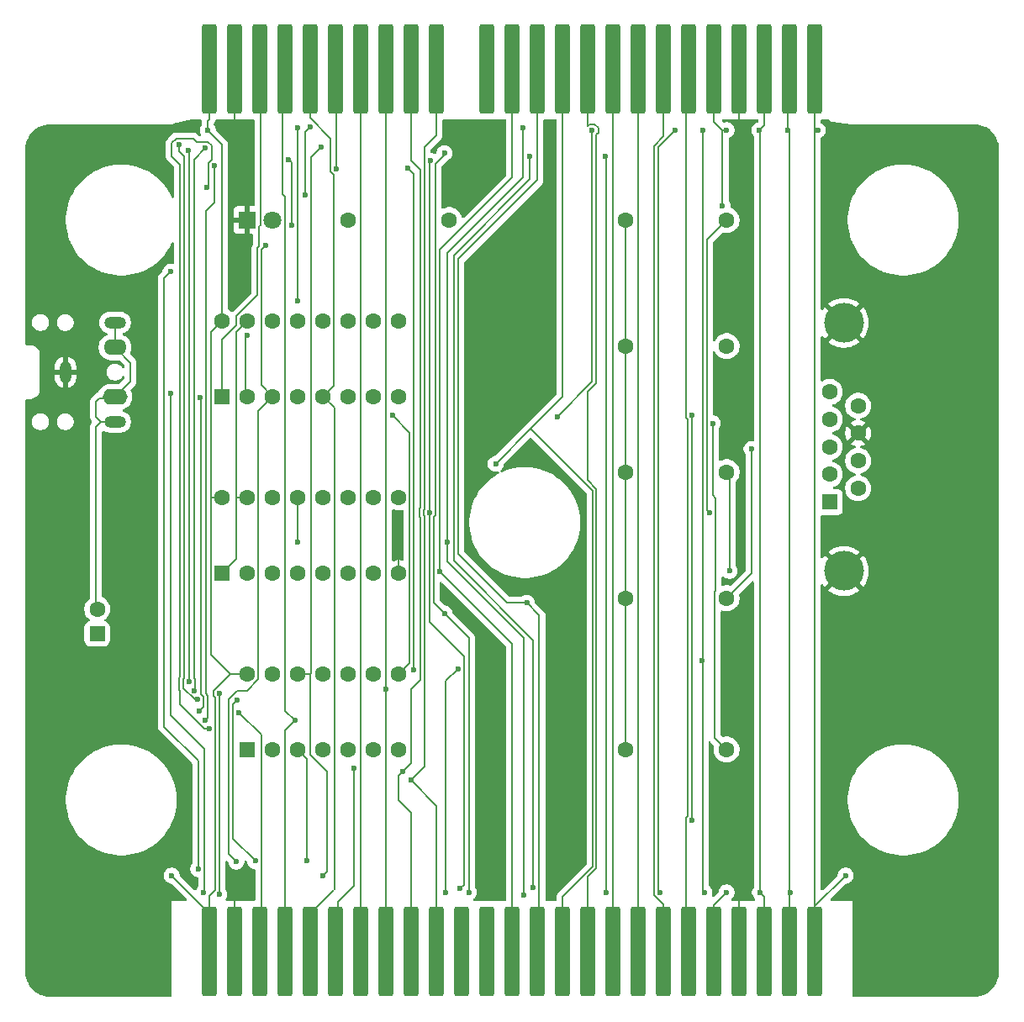
<source format=gbl>
%TF.GenerationSoftware,KiCad,Pcbnew,9.0.4-1.fc42*%
%TF.CreationDate,2025-09-05T17:11:51+08:00*%
%TF.ProjectId,STICKLEBACK,53544943-4b4c-4454-9241-434b2e6b6963,rev?*%
%TF.SameCoordinates,Original*%
%TF.FileFunction,Copper,L2,Bot*%
%TF.FilePolarity,Positive*%
%FSLAX46Y46*%
G04 Gerber Fmt 4.6, Leading zero omitted, Abs format (unit mm)*
G04 Created by KiCad (PCBNEW 9.0.4-1.fc42) date 2025-09-05 17:11:51*
%MOMM*%
%LPD*%
G01*
G04 APERTURE LIST*
G04 Aperture macros list*
%AMRoundRect*
0 Rectangle with rounded corners*
0 $1 Rounding radius*
0 $2 $3 $4 $5 $6 $7 $8 $9 X,Y pos of 4 corners*
0 Add a 4 corners polygon primitive as box body*
4,1,4,$2,$3,$4,$5,$6,$7,$8,$9,$2,$3,0*
0 Add four circle primitives for the rounded corners*
1,1,$1+$1,$2,$3*
1,1,$1+$1,$4,$5*
1,1,$1+$1,$6,$7*
1,1,$1+$1,$8,$9*
0 Add four rect primitives between the rounded corners*
20,1,$1+$1,$2,$3,$4,$5,0*
20,1,$1+$1,$4,$5,$6,$7,0*
20,1,$1+$1,$6,$7,$8,$9,0*
20,1,$1+$1,$8,$9,$2,$3,0*%
G04 Aperture macros list end*
%TA.AperFunction,ConnectorPad*%
%ADD10RoundRect,0.225000X0.525000X-4.275000X0.525000X4.275000X-0.525000X4.275000X-0.525000X-4.275000X0*%
%TD*%
%TA.AperFunction,ComponentPad*%
%ADD11C,1.600000*%
%TD*%
%TA.AperFunction,ComponentPad*%
%ADD12RoundRect,0.250000X0.550000X-0.550000X0.550000X0.550000X-0.550000X0.550000X-0.550000X-0.550000X0*%
%TD*%
%TA.AperFunction,ComponentPad*%
%ADD13O,2.200000X1.200000*%
%TD*%
%TA.AperFunction,ComponentPad*%
%ADD14O,2.300000X1.600000*%
%TD*%
%TA.AperFunction,ComponentPad*%
%ADD15O,1.200000X2.200000*%
%TD*%
%TA.AperFunction,ComponentPad*%
%ADD16O,2.500000X1.600000*%
%TD*%
%TA.AperFunction,ComponentPad*%
%ADD17C,4.000000*%
%TD*%
%TA.AperFunction,ComponentPad*%
%ADD18R,1.600000X1.600000*%
%TD*%
%TA.AperFunction,ComponentPad*%
%ADD19R,1.800000X1.800000*%
%TD*%
%TA.AperFunction,ComponentPad*%
%ADD20C,1.800000*%
%TD*%
%TA.AperFunction,ViaPad*%
%ADD21C,0.600000*%
%TD*%
%TA.AperFunction,Conductor*%
%ADD22C,0.200000*%
%TD*%
G04 APERTURE END LIST*
D10*
X158750000Y-134620000D03*
X156210000Y-134620000D03*
X153670000Y-134620000D03*
X151130000Y-134620000D03*
X148590000Y-134620000D03*
X146050000Y-134620000D03*
X143510000Y-134620000D03*
X140970000Y-134620000D03*
X138430000Y-134620000D03*
X135890000Y-134620000D03*
X133350000Y-134620000D03*
X130810000Y-134620000D03*
X128270000Y-134620000D03*
X125730000Y-134620000D03*
X123190000Y-134620000D03*
X120650000Y-134620000D03*
X118110000Y-134620000D03*
X115570000Y-134620000D03*
X113030000Y-134620000D03*
X110490000Y-134620000D03*
X107950000Y-134620000D03*
X105410000Y-134620000D03*
X102870000Y-134620000D03*
X100330000Y-134620000D03*
X97790000Y-134620000D03*
X158750000Y-45720000D03*
X156210000Y-45720000D03*
X153670000Y-45720000D03*
X151130000Y-45720000D03*
X148590000Y-45720000D03*
X146050000Y-45720000D03*
X143510000Y-45720000D03*
X140970000Y-45720000D03*
X138430000Y-45720000D03*
X135890000Y-45720000D03*
X133350000Y-45720000D03*
X130810000Y-45720000D03*
X128270000Y-45720000D03*
X125730000Y-45720000D03*
X120650000Y-45720000D03*
X118110000Y-45720000D03*
X115570000Y-45720000D03*
X113030000Y-45720000D03*
X110490000Y-45720000D03*
X107950000Y-45720000D03*
X105410000Y-45720000D03*
X102870000Y-45720000D03*
X100330000Y-45720000D03*
X97790000Y-45720000D03*
D11*
X139700000Y-114300000D03*
X149860000Y-114300000D03*
X139700000Y-86360000D03*
X149860000Y-86360000D03*
D12*
X99060000Y-78740000D03*
D11*
X101600000Y-78740000D03*
X104140000Y-78740000D03*
X106680000Y-78740000D03*
X109220000Y-78740000D03*
X111760000Y-78740000D03*
X114300000Y-78740000D03*
X116840000Y-78740000D03*
X116840000Y-71120000D03*
X114300000Y-71120000D03*
X111760000Y-71120000D03*
X109220000Y-71120000D03*
X106680000Y-71120000D03*
X104140000Y-71120000D03*
X101600000Y-71120000D03*
X99060000Y-71120000D03*
D13*
X88259500Y-71280000D03*
D14*
X88259500Y-73780000D03*
D15*
X83259500Y-76280000D03*
D13*
X88259500Y-81280000D03*
D16*
X88259500Y-78780000D03*
D11*
X139700000Y-60960000D03*
X149860000Y-60960000D03*
X139700000Y-73660000D03*
X149860000Y-73660000D03*
D12*
X99060000Y-96520000D03*
D11*
X101600000Y-96520000D03*
X104140000Y-96520000D03*
X106680000Y-96520000D03*
X109220000Y-96520000D03*
X111760000Y-96520000D03*
X114300000Y-96520000D03*
X116840000Y-96520000D03*
X116840000Y-88900000D03*
X114300000Y-88900000D03*
X111760000Y-88900000D03*
X109220000Y-88900000D03*
X106680000Y-88900000D03*
X104140000Y-88900000D03*
X101600000Y-88900000D03*
X99060000Y-88900000D03*
D12*
X86465622Y-102642990D03*
D11*
X86465622Y-100142990D03*
X121920000Y-60960000D03*
X111760000Y-60960000D03*
X139700000Y-99060000D03*
X149860000Y-99060000D03*
D17*
X161672500Y-96320000D03*
X161672500Y-71320000D03*
D18*
X160252500Y-89360000D03*
D11*
X160252500Y-86590000D03*
X160252500Y-83820000D03*
X160252500Y-81050000D03*
X160252500Y-78280000D03*
X163092500Y-87975000D03*
X163092500Y-85205000D03*
X163092500Y-82435000D03*
X163092500Y-79665000D03*
D19*
X101600000Y-60960000D03*
D20*
X104140000Y-60960000D03*
D12*
X101600000Y-114300000D03*
D11*
X104140000Y-114300000D03*
X106680000Y-114300000D03*
X109220000Y-114300000D03*
X111760000Y-114300000D03*
X114300000Y-114300000D03*
X116840000Y-114300000D03*
X116840000Y-106680000D03*
X114300000Y-106680000D03*
X111760000Y-106680000D03*
X109220000Y-106680000D03*
X106680000Y-106680000D03*
X104140000Y-106680000D03*
X101600000Y-106680000D03*
D21*
X96815500Y-78843600D03*
X96723400Y-110456900D03*
X100753500Y-110573100D03*
X93980000Y-127000000D03*
X149868300Y-51908700D03*
X97617100Y-51908700D03*
X149449000Y-59581200D03*
X149868300Y-128685000D03*
X129317200Y-51685900D03*
X106672500Y-93410800D03*
X129424000Y-128978400D03*
X121751600Y-93410800D03*
X98778500Y-108661300D03*
X97378900Y-53727200D03*
X96272000Y-108377500D03*
X98768200Y-128897100D03*
X137681100Y-54512100D03*
X137687700Y-128686600D03*
X102384700Y-125535600D03*
X94697700Y-53340000D03*
X100537400Y-109318100D03*
X96593800Y-109277000D03*
X120030000Y-54977500D03*
X123011900Y-128307500D03*
X119925000Y-90424900D03*
X159023000Y-51908700D03*
X161843900Y-127000000D03*
X144698600Y-51908700D03*
X143138900Y-128686600D03*
X106375300Y-111371200D03*
X109035300Y-53574500D03*
X109220000Y-127000000D03*
X97356900Y-111372800D03*
X98271671Y-55439000D03*
X107611200Y-125502100D03*
X118052900Y-117356200D03*
X97526125Y-57715000D03*
X97757800Y-112169300D03*
X149860000Y-119380000D03*
X148870380Y-125907977D03*
X127000000Y-76200000D03*
X100719217Y-68384914D03*
X99792000Y-127173100D03*
X124460000Y-71120000D03*
X123301313Y-57611841D03*
X101245594Y-51984014D03*
X124460000Y-78740000D03*
X151012571Y-70560840D03*
X129540000Y-68580000D03*
X101216576Y-127319519D03*
X127000000Y-66040000D03*
X132080000Y-63500000D03*
X116840000Y-91440000D03*
X129540000Y-78740000D03*
X129540000Y-76200000D03*
X126268884Y-107236230D03*
X126600400Y-85524300D03*
X153213200Y-128685000D03*
X153147000Y-51908700D03*
X147367000Y-105386200D03*
X147428300Y-51908700D03*
X147630100Y-128686600D03*
X156300600Y-128685000D03*
X156005100Y-51908700D03*
X129730500Y-99507500D03*
X105743100Y-54871600D03*
X100479900Y-125592200D03*
X106041300Y-61527500D03*
X103455900Y-63491200D03*
X130393000Y-128224400D03*
X130063600Y-54513700D03*
X93836100Y-78453700D03*
X101600000Y-72547400D03*
X97208500Y-128685000D03*
X106672500Y-51638800D03*
X106672500Y-69150000D03*
X123891700Y-128686600D03*
X121445300Y-54210700D03*
X121445300Y-100591600D03*
X112308300Y-116142000D03*
X95680700Y-53974600D03*
X110592800Y-55791600D03*
X95721100Y-107497000D03*
X146394600Y-80648100D03*
X132804100Y-80784400D03*
X136325000Y-51908700D03*
X146333500Y-121429300D03*
X118309000Y-106316200D03*
X122802900Y-106184300D03*
X117731810Y-55708342D03*
X121591000Y-128685000D03*
X115570000Y-108241000D03*
X107379900Y-58409300D03*
X96633000Y-126333700D03*
X93863650Y-66156350D03*
X107942500Y-51553200D03*
X120971100Y-96385700D03*
X117239000Y-116524000D03*
X148462100Y-81446200D03*
X150148900Y-96314700D03*
X152369600Y-84023700D03*
X148117500Y-90423700D03*
X116190700Y-80648500D03*
D22*
X102615500Y-68547450D02*
X100499000Y-70663950D01*
X97195500Y-109027800D02*
X96915500Y-108747800D01*
X102939000Y-61457471D02*
X102801000Y-61595471D01*
X100502675Y-71579725D02*
X99060000Y-73022400D01*
X96915500Y-78943600D02*
X96815500Y-78843600D01*
X99060000Y-73022400D02*
X99060000Y-78740000D01*
X96915500Y-108747800D02*
X96915500Y-78943600D01*
X97195500Y-109984800D02*
X97195500Y-109027800D01*
X102986400Y-112806000D02*
X100753500Y-110573100D01*
X102939000Y-45789000D02*
X102939000Y-61457471D01*
X102801000Y-61595471D02*
X102801000Y-63579000D01*
X102870000Y-134620000D02*
X102986400Y-134503600D01*
X96723400Y-110456900D02*
X97195500Y-109984800D01*
X100499000Y-70663950D02*
X100499000Y-71576050D01*
X102801000Y-63579000D02*
X102615500Y-63764500D01*
X102870000Y-45720000D02*
X102939000Y-45789000D01*
X102986400Y-134503600D02*
X102986400Y-112806000D01*
X102615500Y-63764500D02*
X102615500Y-68547450D01*
X100499000Y-71576050D02*
X100502675Y-71579725D01*
X109220000Y-78740000D02*
X110379300Y-79899300D01*
X110331200Y-56380800D02*
X110331200Y-77628800D01*
X110331200Y-77628800D02*
X109220000Y-78740000D01*
X107950000Y-130794204D02*
X107950000Y-134620000D01*
X107950000Y-50692000D02*
X109991100Y-52733100D01*
X107950000Y-45720000D02*
X107950000Y-50692000D01*
X109991100Y-56040700D02*
X110331200Y-56380800D01*
X109991100Y-52733100D02*
X109991100Y-56040700D01*
X110379300Y-79899300D02*
X110379300Y-128391700D01*
X110322342Y-128421862D02*
X107950000Y-130794204D01*
X139700000Y-73660000D02*
X139700000Y-60960000D01*
X148590000Y-45720000D02*
X148590000Y-51049700D01*
X149449000Y-51908700D02*
X149449000Y-59581200D01*
X97790000Y-50800000D02*
X97617100Y-50972900D01*
X93980000Y-127000000D02*
X97790000Y-130810000D01*
X139700000Y-114300000D02*
X139700000Y-99060000D01*
X97790000Y-45720000D02*
X97790000Y-50800000D01*
X98176800Y-108412200D02*
X98176800Y-108910400D01*
X99060000Y-71120000D02*
X99060000Y-53351600D01*
X98176800Y-108910400D02*
X98359500Y-109093100D01*
X97956800Y-104727800D02*
X99909000Y-106680000D01*
X97790000Y-129024500D02*
X97790000Y-134620000D01*
X139700000Y-99060000D02*
X139700000Y-86360000D01*
X98359500Y-128455000D02*
X97790000Y-129024500D01*
X97956800Y-88900000D02*
X99060000Y-88900000D01*
X97617100Y-50972900D02*
X97617100Y-51908700D01*
X139700000Y-86360000D02*
X139700000Y-73660000D01*
X149868300Y-51908700D02*
X149449000Y-51908700D01*
X97790000Y-130810000D02*
X97790000Y-134620000D01*
X97956800Y-88900000D02*
X97956800Y-104727800D01*
X97956800Y-72223200D02*
X97956800Y-88900000D01*
X101600000Y-106680000D02*
X99909000Y-106680000D01*
X99060000Y-71120000D02*
X97956800Y-72223200D01*
X99909000Y-106680000D02*
X98176800Y-108412200D01*
X98359500Y-109093100D02*
X98359500Y-128455000D01*
X99060000Y-53351600D02*
X97617100Y-51908700D01*
X148590000Y-51049700D02*
X149449000Y-51908700D01*
X148590000Y-129963300D02*
X148590000Y-134620000D01*
X149868300Y-128685000D02*
X148590000Y-129963300D01*
X136750500Y-126285100D02*
X136750500Y-88041300D01*
X136926000Y-52157643D02*
X136926000Y-51659757D01*
X136926000Y-51659757D02*
X136573943Y-51307700D01*
X136076057Y-51307700D02*
X135890000Y-51493757D01*
X135890000Y-127145600D02*
X136750500Y-126285100D01*
X135890000Y-78265600D02*
X136726000Y-77429600D01*
X136726000Y-52357643D02*
X136926000Y-52157643D01*
X135890000Y-134620000D02*
X135890000Y-127145600D01*
X136750500Y-88041300D02*
X135890000Y-87180800D01*
X135890000Y-51493757D02*
X135890000Y-45720000D01*
X136573943Y-51307700D02*
X136076057Y-51307700D01*
X135890000Y-87180800D02*
X135890000Y-78265600D01*
X136726000Y-77429600D02*
X136726000Y-52357643D01*
X106680000Y-93403300D02*
X106680000Y-88900000D01*
X121751600Y-95394400D02*
X121751600Y-93410800D01*
X129317200Y-56700600D02*
X121751600Y-64266200D01*
X129424000Y-103066800D02*
X121751600Y-95394400D01*
X106672500Y-93410800D02*
X106680000Y-93403300D01*
X121751600Y-64266200D02*
X121751600Y-93410800D01*
X129317200Y-51685900D02*
X129317200Y-56700600D01*
X129424000Y-128978400D02*
X129424000Y-103066800D01*
X96322800Y-107247800D02*
X96213800Y-107138800D01*
X96213800Y-54892300D02*
X97378900Y-53727200D01*
X98778500Y-128886800D02*
X98768200Y-128897100D01*
X96272000Y-108377500D02*
X96322800Y-108326700D01*
X96213800Y-107138800D02*
X96213800Y-54892300D01*
X98778500Y-108661300D02*
X98778500Y-128886800D01*
X96322800Y-108326700D02*
X96322800Y-107247800D01*
X137687700Y-128686600D02*
X137687700Y-54518700D01*
X137687700Y-54518700D02*
X137681100Y-54512100D01*
X95228300Y-107139000D02*
X95119400Y-107247900D01*
X102384700Y-125535600D02*
X100148400Y-123299300D01*
X96293400Y-109277000D02*
X96593800Y-109277000D01*
X95119400Y-107247900D02*
X95119400Y-108103000D01*
X94697700Y-54036104D02*
X95228300Y-54566704D01*
X95228300Y-54566704D02*
X95228300Y-107139000D01*
X94697700Y-53340000D02*
X94697700Y-54036104D01*
X95119400Y-108103000D02*
X96293400Y-109277000D01*
X100148400Y-109707100D02*
X100537400Y-109318100D01*
X100148400Y-123299300D02*
X100148400Y-109707100D01*
X123011900Y-128307500D02*
X123404600Y-127914800D01*
X123404600Y-127914800D02*
X123404600Y-104927800D01*
X123404600Y-104927800D02*
X119925000Y-101448200D01*
X120030000Y-54977500D02*
X119925000Y-55082500D01*
X119925000Y-101448200D02*
X119925000Y-90424900D01*
X119925000Y-55082500D02*
X119925000Y-90424900D01*
X158750000Y-51908700D02*
X158750000Y-45720000D01*
X158750000Y-133418650D02*
X158750000Y-134620000D01*
X158750000Y-130093900D02*
X158750000Y-132217300D01*
X158750000Y-51908700D02*
X159023000Y-51908700D01*
X158750000Y-134620000D02*
X158750000Y-51908700D01*
X161843900Y-127000000D02*
X158750000Y-130093900D01*
X142953600Y-128501300D02*
X143138900Y-128686600D01*
X144698600Y-51908700D02*
X142953600Y-53653700D01*
X142953600Y-53653700D02*
X142953600Y-128501300D01*
X138430000Y-134620000D02*
X138430000Y-45720000D01*
X105410000Y-112336500D02*
X106375300Y-111371200D01*
X105410000Y-45720000D02*
X105141400Y-45988600D01*
X105141400Y-45988600D02*
X105141400Y-58364600D01*
X105410000Y-134620000D02*
X105410000Y-112336500D01*
X105141400Y-58364600D02*
X105410000Y-58633200D01*
X105410000Y-58633200D02*
X105410000Y-110405900D01*
X105410000Y-110405900D02*
X106375300Y-111371200D01*
X107981600Y-106648400D02*
X107981600Y-54628200D01*
X109625100Y-116513700D02*
X107950000Y-114838600D01*
X107950000Y-106680000D02*
X107981600Y-106648400D01*
X109625100Y-126594900D02*
X109625100Y-116513700D01*
X107950000Y-114838600D02*
X107950000Y-106680000D01*
X106680000Y-106680000D02*
X107950000Y-106680000D01*
X107981600Y-54628200D02*
X109035300Y-53574500D01*
X109220000Y-127000000D02*
X109625100Y-126594900D01*
X106680000Y-114300000D02*
X107611200Y-115231200D01*
X97417200Y-60062800D02*
X97417200Y-108681500D01*
X97597200Y-108861500D02*
X97597200Y-111132500D01*
X98271671Y-59208329D02*
X97417200Y-60062800D01*
X97597200Y-111132500D02*
X97356900Y-111372800D01*
X98271671Y-55439000D02*
X98271671Y-59208329D01*
X97417200Y-108681500D02*
X97597200Y-108861500D01*
X107611200Y-115231200D02*
X107611200Y-125502100D01*
X119324000Y-90175957D02*
X119420995Y-90078962D01*
X119420995Y-90770838D02*
X119324000Y-90673843D01*
X118052900Y-117356200D02*
X119420995Y-115988105D01*
X120650000Y-134620000D02*
X120650000Y-119953300D01*
X119420995Y-90078962D02*
X119420995Y-53625065D01*
X119420995Y-115988105D02*
X119420995Y-90770838D01*
X120650000Y-52396060D02*
X120650000Y-45720000D01*
X119420995Y-53625065D02*
X120650000Y-52396060D01*
X119324000Y-90673843D02*
X119324000Y-90175957D01*
X120650000Y-119953300D02*
X118052900Y-117356200D01*
X94827300Y-106972900D02*
X94827300Y-55386400D01*
X93980000Y-54539100D02*
X93980000Y-53207757D01*
X94827300Y-108378000D02*
X94718400Y-108269100D01*
X96520000Y-53126200D02*
X97627843Y-53126200D01*
X93980000Y-53207757D02*
X94448757Y-52739000D01*
X97670671Y-55190057D02*
X97670671Y-57570454D01*
X97979900Y-54880828D02*
X97670671Y-55190057D01*
X97243700Y-112169300D02*
X94827300Y-109752900D01*
X94448757Y-52739000D02*
X96132800Y-52739000D01*
X97757800Y-112169300D02*
X97243700Y-112169300D01*
X97979900Y-53478257D02*
X97979900Y-54880828D01*
X94827300Y-109752900D02*
X94827300Y-108378000D01*
X97670671Y-57570454D02*
X97526125Y-57715000D01*
X97627843Y-53126200D02*
X97979900Y-53478257D01*
X94827300Y-55386400D02*
X93980000Y-54539100D01*
X96132800Y-52739000D02*
X96520000Y-53126200D01*
X94718400Y-107081800D02*
X94827300Y-106972900D01*
X94718400Y-108269100D02*
X94718400Y-107081800D01*
X151130000Y-129431100D02*
X151130000Y-134620000D01*
X151130000Y-51686500D02*
X151130000Y-45720000D01*
X151450300Y-52006800D02*
X151130000Y-51686500D01*
X116840000Y-93980000D02*
X116840000Y-96520000D01*
X100330000Y-134620000D02*
X100330000Y-127711100D01*
X99792000Y-127173100D02*
X100330000Y-127711100D01*
X151678200Y-128882900D02*
X151130000Y-129431100D01*
X99792000Y-53166500D02*
X100330000Y-52628500D01*
X100330000Y-52628500D02*
X100330000Y-45720000D01*
X133350000Y-78774700D02*
X130133400Y-81991300D01*
X130133400Y-81991300D02*
X126600400Y-85524300D01*
X136349500Y-126119000D02*
X133350000Y-129118500D01*
X133350000Y-45720000D02*
X133350000Y-78774700D01*
X133350000Y-129118500D02*
X133350000Y-134620000D01*
X136349500Y-88207400D02*
X136349500Y-126119000D01*
X130133400Y-81991300D02*
X136349500Y-88207400D01*
X153670000Y-129141800D02*
X153213200Y-128685000D01*
X153213200Y-128685000D02*
X153213200Y-51974900D01*
X153670000Y-45720000D02*
X153670000Y-51385700D01*
X153670000Y-134620000D02*
X153670000Y-129141800D01*
X153213200Y-51974900D02*
X153147000Y-51908700D01*
X153670000Y-51385700D02*
X153147000Y-51908700D01*
X140970000Y-45720000D02*
X140970000Y-134620000D01*
X147630100Y-128686600D02*
X147428300Y-128484800D01*
X147428300Y-105386200D02*
X147367000Y-105386200D01*
X147428300Y-51908700D02*
X147428300Y-105386200D01*
X147428300Y-128484800D02*
X147428300Y-105386200D01*
X156005100Y-51908700D02*
X156210000Y-52113600D01*
X156210000Y-128685000D02*
X156210000Y-134620000D01*
X156210000Y-45720000D02*
X156005100Y-45924900D01*
X156210000Y-52113600D02*
X156210000Y-128685000D01*
X156005100Y-45924900D02*
X156005100Y-51908700D01*
X156300600Y-128685000D02*
X156210000Y-128685000D01*
X142552600Y-53487600D02*
X143510000Y-52530200D01*
X142537900Y-128437657D02*
X142552600Y-128422957D01*
X142537900Y-128935543D02*
X142537900Y-128437657D01*
X142552600Y-128422957D02*
X142552600Y-53487600D01*
X143510000Y-52530200D02*
X143510000Y-45720000D01*
X143510000Y-129907643D02*
X142537900Y-128935543D01*
X143510000Y-134620000D02*
X143510000Y-129907643D01*
X122857700Y-94611200D02*
X122857700Y-64893500D01*
X130994700Y-100771700D02*
X129730500Y-99507500D01*
X130810000Y-56941200D02*
X130810000Y-45720000D01*
X130810000Y-134620000D02*
X130994700Y-134435300D01*
X129730500Y-99507500D02*
X127754000Y-99507500D01*
X130994700Y-134435300D02*
X130994700Y-100771700D01*
X122857700Y-64893500D02*
X130810000Y-56941200D01*
X127754000Y-99507500D02*
X122857700Y-94611200D01*
X100479900Y-125592200D02*
X99723600Y-124835900D01*
X103455900Y-63491200D02*
X103016500Y-63930600D01*
X103016500Y-63930600D02*
X103016500Y-77616500D01*
X100554600Y-108373500D02*
X101539400Y-108373500D01*
X101539400Y-108373500D02*
X102701700Y-107211200D01*
X99723600Y-124835900D02*
X99723600Y-109204500D01*
X99723600Y-109204500D02*
X100554600Y-108373500D01*
X103016500Y-77616500D02*
X104140000Y-78740000D01*
X106041300Y-55169800D02*
X106041300Y-61527500D01*
X105743100Y-54871600D02*
X106041300Y-55169800D01*
X102701700Y-107211200D02*
X102701700Y-80178300D01*
X102701700Y-80178300D02*
X104140000Y-78740000D01*
X130393000Y-103291300D02*
X122404600Y-95302900D01*
X130393000Y-128224400D02*
X130393000Y-103291300D01*
X122404600Y-64525500D02*
X130063600Y-56866500D01*
X122404600Y-95302900D02*
X122404600Y-64525500D01*
X130063600Y-56866500D02*
X130063600Y-54513700D01*
X101423300Y-78563300D02*
X101600000Y-78740000D01*
X93836100Y-110863600D02*
X93836100Y-78453700D01*
X106672500Y-51638800D02*
X106672500Y-69150000D01*
X101600000Y-72547400D02*
X101423300Y-72724100D01*
X97234700Y-114262200D02*
X93836100Y-110863600D01*
X97234700Y-128658800D02*
X97234700Y-114262200D01*
X101423300Y-72724100D02*
X101423300Y-78563300D01*
X97208500Y-128685000D02*
X97234700Y-128658800D01*
X120526700Y-55331700D02*
X121445300Y-54413100D01*
X120358500Y-99504800D02*
X120358500Y-90842300D01*
X120358500Y-90842300D02*
X120526700Y-90674100D01*
X121445300Y-100591600D02*
X123891700Y-103038000D01*
X120526700Y-90674100D02*
X120526700Y-55331700D01*
X123891700Y-103038000D02*
X123891700Y-128686600D01*
X121445300Y-54413100D02*
X121445300Y-54210700D01*
X121445300Y-100591600D02*
X120358500Y-99504800D01*
X145931800Y-120980200D02*
X145931800Y-81036100D01*
X146050000Y-134620000D02*
X145731800Y-134301800D01*
X145931800Y-81036100D02*
X145792900Y-80897200D01*
X145792900Y-80897200D02*
X145792900Y-45977100D01*
X145792900Y-45977100D02*
X146050000Y-45720000D01*
X145731800Y-134301800D02*
X145731800Y-121180200D01*
X145731800Y-121180200D02*
X145931800Y-120980200D01*
X110704600Y-129626700D02*
X110704600Y-134405400D01*
X112308300Y-116142000D02*
X112308300Y-127548300D01*
X110592800Y-45822800D02*
X110592800Y-55791600D01*
X112308300Y-127548300D02*
X112303363Y-127553237D01*
X110704600Y-134405400D02*
X110490000Y-134620000D01*
X95680700Y-53974600D02*
X95721100Y-54015000D01*
X112303363Y-127553237D02*
X112303363Y-128027937D01*
X110490000Y-45720000D02*
X110592800Y-45822800D01*
X112303363Y-128027937D02*
X110704600Y-129626700D01*
X95721100Y-54015000D02*
X95721100Y-107497000D01*
X113030000Y-45720000D02*
X113030000Y-134620000D01*
X136325000Y-77263500D02*
X136325000Y-51908700D01*
X146333500Y-80709200D02*
X146394600Y-80648100D01*
X132804100Y-80784400D02*
X136325000Y-77263500D01*
X146333500Y-121429300D02*
X146333500Y-80709200D01*
X121591000Y-107396200D02*
X121591000Y-128685000D01*
X118353100Y-106272100D02*
X118309000Y-106316200D01*
X122802900Y-106184300D02*
X121591000Y-107396200D01*
X117731810Y-55708342D02*
X118353100Y-56329632D01*
X118353100Y-56329632D02*
X118353100Y-106272100D01*
X115570000Y-108241000D02*
X115570000Y-45720000D01*
X115570000Y-108241000D02*
X115570000Y-134620000D01*
X107379900Y-52115800D02*
X107379900Y-58409300D01*
X93192900Y-112006300D02*
X96633000Y-115446400D01*
X93863650Y-66156350D02*
X93192900Y-66827100D01*
X96633000Y-115446400D02*
X96633000Y-126333700D01*
X107942500Y-51553200D02*
X107379900Y-52115800D01*
X93192900Y-66827100D02*
X93192900Y-112006300D01*
X128270000Y-103684600D02*
X128270000Y-134620000D01*
X128270000Y-56670000D02*
X120971100Y-63968900D01*
X128270000Y-45720000D02*
X128270000Y-56670000D01*
X120971100Y-96385700D02*
X128270000Y-103684600D01*
X120971100Y-63968900D02*
X120971100Y-96385700D01*
X118110000Y-115653000D02*
X117239000Y-116524000D01*
X119019995Y-55865752D02*
X119019995Y-89912862D01*
X118110000Y-54955757D02*
X119019995Y-55865752D01*
X118110000Y-134620000D02*
X118110000Y-120650000D01*
X119019995Y-90936938D02*
X119019995Y-107277205D01*
X118923000Y-90009857D02*
X118923000Y-90839943D01*
X118110000Y-120650000D02*
X116840000Y-119380000D01*
X119019995Y-89912862D02*
X118923000Y-90009857D01*
X119019995Y-107277205D02*
X118110000Y-108187200D01*
X116840000Y-119380000D02*
X116840000Y-116923000D01*
X118923000Y-90839943D02*
X119019995Y-90936938D01*
X116840000Y-116923000D02*
X117239000Y-116524000D01*
X118110000Y-108187200D02*
X118110000Y-115653000D01*
X118110000Y-45720000D02*
X118110000Y-54955757D01*
X148462100Y-81446200D02*
X148462100Y-88685000D01*
X148462100Y-88685000D02*
X148759800Y-88982700D01*
X148683900Y-113123900D02*
X149860000Y-114300000D01*
X148683900Y-98377100D02*
X148683900Y-113123900D01*
X148759800Y-98301200D02*
X148683900Y-98377100D01*
X148759800Y-88982700D02*
X148759800Y-98301200D01*
X150148900Y-96314700D02*
X150148900Y-86648900D01*
X150148900Y-86648900D02*
X149860000Y-86360000D01*
X152369600Y-96550400D02*
X149860000Y-99060000D01*
X152369600Y-84023700D02*
X152369600Y-96550400D01*
X147860400Y-90166600D02*
X148117500Y-90423700D01*
X147860400Y-62959600D02*
X147860400Y-90166600D01*
X149860000Y-60960000D02*
X147860400Y-62959600D01*
X86707800Y-78888600D02*
X88150900Y-78888600D01*
X88150900Y-78888600D02*
X88259500Y-78780000D01*
X89811200Y-75331700D02*
X88259500Y-73780000D01*
X86360000Y-79236400D02*
X86707800Y-78888600D01*
X88259500Y-81280000D02*
X87558700Y-81280000D01*
X86360000Y-81777800D02*
X86857800Y-81280000D01*
X86360000Y-80782200D02*
X86360000Y-79236400D01*
X88259500Y-78780000D02*
X89811200Y-77228300D01*
X86857800Y-81280000D02*
X86360000Y-80782200D01*
X86465622Y-100142990D02*
X86360000Y-100037368D01*
X86360000Y-100037368D02*
X86360000Y-81777800D01*
X88259500Y-71280000D02*
X88259500Y-73780000D01*
X87558700Y-81280000D02*
X86857800Y-81280000D01*
X89811200Y-77228300D02*
X89811200Y-75331700D01*
X117951400Y-105568600D02*
X116840000Y-106680000D01*
X116190700Y-80648500D02*
X117951400Y-82409200D01*
X117951400Y-82409200D02*
X117951400Y-105568600D01*
X100449600Y-72270400D02*
X100449600Y-88900000D01*
X100449600Y-88900000D02*
X101600000Y-88900000D01*
X100449600Y-88900000D02*
X100449600Y-95130400D01*
X101600000Y-71120000D02*
X100449600Y-72270400D01*
X100449600Y-95130400D02*
X99060000Y-96520000D01*
%TA.AperFunction,Conductor*%
G36*
X96959638Y-50819685D02*
G01*
X97005393Y-50872489D01*
X97016599Y-50924000D01*
X97016599Y-51061946D01*
X97016600Y-51061959D01*
X97016600Y-51328934D01*
X96996915Y-51395973D01*
X96995702Y-51397825D01*
X96907709Y-51529514D01*
X96907702Y-51529527D01*
X96847364Y-51675198D01*
X96847361Y-51675210D01*
X96816600Y-51829853D01*
X96816600Y-51987546D01*
X96847361Y-52142189D01*
X96847364Y-52142201D01*
X96907702Y-52287872D01*
X96907709Y-52287884D01*
X96937727Y-52332809D01*
X96940764Y-52342509D01*
X96947419Y-52350189D01*
X96951027Y-52375286D01*
X96958605Y-52399486D01*
X96955916Y-52409286D01*
X96957363Y-52419347D01*
X96946828Y-52442413D01*
X96940121Y-52466866D01*
X96932560Y-52473657D01*
X96928338Y-52482903D01*
X96907005Y-52496612D01*
X96888142Y-52513557D01*
X96876544Y-52516188D01*
X96869560Y-52520677D01*
X96834625Y-52525700D01*
X96820097Y-52525700D01*
X96753058Y-52506015D01*
X96732416Y-52489381D01*
X96620390Y-52377355D01*
X96620388Y-52377352D01*
X96501517Y-52258481D01*
X96501509Y-52258475D01*
X96411805Y-52206685D01*
X96411804Y-52206685D01*
X96364585Y-52179423D01*
X96211857Y-52138499D01*
X96053743Y-52138499D01*
X96046147Y-52138499D01*
X96046131Y-52138500D01*
X94535427Y-52138500D01*
X94535411Y-52138499D01*
X94527815Y-52138499D01*
X94369700Y-52138499D01*
X94296210Y-52158191D01*
X94216971Y-52179423D01*
X94216966Y-52179426D01*
X94080047Y-52258475D01*
X94080039Y-52258481D01*
X93604217Y-52734303D01*
X93604214Y-52734305D01*
X93604215Y-52734306D01*
X93499478Y-52839043D01*
X93499475Y-52839047D01*
X93456396Y-52913664D01*
X93456396Y-52913665D01*
X93420423Y-52975972D01*
X93379499Y-53128700D01*
X93379499Y-53128702D01*
X93379499Y-53296803D01*
X93379500Y-53296816D01*
X93379500Y-54452430D01*
X93379499Y-54452448D01*
X93379499Y-54618154D01*
X93379498Y-54618154D01*
X93420423Y-54770885D01*
X93447168Y-54817207D01*
X93447169Y-54817211D01*
X93447170Y-54817211D01*
X93481515Y-54876700D01*
X93499479Y-54907814D01*
X93499481Y-54907817D01*
X93618349Y-55026685D01*
X93618355Y-55026690D01*
X94190481Y-55598816D01*
X94223966Y-55660139D01*
X94226800Y-55686497D01*
X94226800Y-58614093D01*
X94207115Y-58681132D01*
X94154311Y-58726887D01*
X94085153Y-58736831D01*
X94021597Y-58707806D01*
X93988239Y-58661547D01*
X93971803Y-58621867D01*
X93772721Y-58231145D01*
X93772715Y-58231136D01*
X93772713Y-58231131D01*
X93772710Y-58231126D01*
X93543602Y-57857257D01*
X93543598Y-57857252D01*
X93543596Y-57857248D01*
X93285843Y-57502480D01*
X93285838Y-57502473D01*
X93001054Y-57169036D01*
X93001049Y-57169030D01*
X92690970Y-56858951D01*
X92685793Y-56854529D01*
X92357526Y-56574161D01*
X92357512Y-56574151D01*
X92142224Y-56417736D01*
X92002752Y-56316404D01*
X92002749Y-56316402D01*
X92002742Y-56316397D01*
X91628873Y-56087289D01*
X91628868Y-56087286D01*
X91628858Y-56087281D01*
X91628855Y-56087279D01*
X91238133Y-55888197D01*
X91195274Y-55870444D01*
X90832991Y-55720380D01*
X90536256Y-55623966D01*
X90415942Y-55584874D01*
X90415930Y-55584871D01*
X89989539Y-55482503D01*
X89556425Y-55413905D01*
X89119263Y-55379500D01*
X89119258Y-55379500D01*
X88680742Y-55379500D01*
X88680736Y-55379500D01*
X88243575Y-55413905D01*
X88243574Y-55413905D01*
X87810460Y-55482503D01*
X87384069Y-55584871D01*
X87384063Y-55584872D01*
X87384058Y-55584874D01*
X87384046Y-55584878D01*
X86967008Y-55720380D01*
X86561880Y-55888191D01*
X86561867Y-55888197D01*
X86171131Y-56087286D01*
X86171126Y-56087289D01*
X85797257Y-56316397D01*
X85797246Y-56316405D01*
X85442487Y-56574151D01*
X85442473Y-56574161D01*
X85109036Y-56858945D01*
X85109022Y-56858958D01*
X84798958Y-57169022D01*
X84798945Y-57169036D01*
X84514161Y-57502473D01*
X84514151Y-57502487D01*
X84256405Y-57857246D01*
X84256397Y-57857257D01*
X84027289Y-58231126D01*
X84027286Y-58231131D01*
X83828197Y-58621867D01*
X83828191Y-58621880D01*
X83660380Y-59027008D01*
X83524878Y-59444046D01*
X83524871Y-59444069D01*
X83422503Y-59870460D01*
X83353905Y-60303574D01*
X83353905Y-60303575D01*
X83319500Y-60740736D01*
X83319500Y-61179263D01*
X83353905Y-61616424D01*
X83353905Y-61616425D01*
X83422503Y-62049539D01*
X83503211Y-62385711D01*
X83524874Y-62475942D01*
X83554363Y-62566700D01*
X83660380Y-62892991D01*
X83784507Y-63192657D01*
X83828197Y-63298133D01*
X83947722Y-63532715D01*
X84027286Y-63688868D01*
X84027289Y-63688873D01*
X84256397Y-64062742D01*
X84256405Y-64062753D01*
X84514151Y-64417512D01*
X84514161Y-64417526D01*
X84798945Y-64750963D01*
X84798951Y-64750970D01*
X85109030Y-65061049D01*
X85109036Y-65061054D01*
X85442473Y-65345838D01*
X85442480Y-65345843D01*
X85797248Y-65603596D01*
X85797252Y-65603598D01*
X85797257Y-65603602D01*
X86171126Y-65832710D01*
X86171131Y-65832713D01*
X86171136Y-65832715D01*
X86171145Y-65832721D01*
X86561867Y-66031803D01*
X86673874Y-66078198D01*
X86967008Y-66199619D01*
X87073050Y-66234073D01*
X87384058Y-66335126D01*
X87810458Y-66437496D01*
X88243576Y-66506095D01*
X88680742Y-66540500D01*
X88680750Y-66540500D01*
X89119250Y-66540500D01*
X89119258Y-66540500D01*
X89556424Y-66506095D01*
X89989542Y-66437496D01*
X90415942Y-66335126D01*
X90832997Y-66199617D01*
X91238133Y-66031803D01*
X91628855Y-65832721D01*
X92002752Y-65603596D01*
X92357520Y-65345843D01*
X92690970Y-65061049D01*
X93001049Y-64750970D01*
X93285843Y-64417520D01*
X93543596Y-64062752D01*
X93772721Y-63688855D01*
X93971803Y-63298133D01*
X93988239Y-63258452D01*
X94032080Y-63204050D01*
X94098374Y-63181985D01*
X94166074Y-63199264D01*
X94213684Y-63250402D01*
X94226800Y-63305906D01*
X94226800Y-65261308D01*
X94207115Y-65328347D01*
X94154311Y-65374102D01*
X94085153Y-65384046D01*
X94078609Y-65382925D01*
X93942495Y-65355850D01*
X93942492Y-65355850D01*
X93784808Y-65355850D01*
X93784805Y-65355850D01*
X93630160Y-65386611D01*
X93630148Y-65386614D01*
X93484477Y-65446952D01*
X93484464Y-65446959D01*
X93353361Y-65534560D01*
X93353357Y-65534563D01*
X93241863Y-65646057D01*
X93241860Y-65646061D01*
X93154259Y-65777164D01*
X93154252Y-65777177D01*
X93093914Y-65922848D01*
X93093911Y-65922858D01*
X93063012Y-66078198D01*
X93030627Y-66140109D01*
X93029076Y-66141687D01*
X92824186Y-66346578D01*
X92712381Y-66458382D01*
X92712377Y-66458387D01*
X92667841Y-66535528D01*
X92667841Y-66535529D01*
X92633323Y-66595314D01*
X92633323Y-66595315D01*
X92592399Y-66748043D01*
X92592399Y-66748045D01*
X92592399Y-66916146D01*
X92592400Y-66916159D01*
X92592400Y-111919630D01*
X92592399Y-111919648D01*
X92592399Y-112085354D01*
X92592398Y-112085354D01*
X92633323Y-112238085D01*
X92662258Y-112288200D01*
X92662259Y-112288204D01*
X92662260Y-112288204D01*
X92681280Y-112321149D01*
X92712379Y-112375014D01*
X92712381Y-112375017D01*
X92831249Y-112493885D01*
X92831255Y-112493890D01*
X95996181Y-115658816D01*
X96029666Y-115720139D01*
X96032500Y-115746497D01*
X96032500Y-125753934D01*
X96012815Y-125820973D01*
X96011602Y-125822825D01*
X95923609Y-125954514D01*
X95923602Y-125954527D01*
X95863264Y-126100198D01*
X95863261Y-126100210D01*
X95832500Y-126254853D01*
X95832500Y-126412546D01*
X95863261Y-126567189D01*
X95863264Y-126567201D01*
X95923602Y-126712872D01*
X95923609Y-126712885D01*
X96011210Y-126843988D01*
X96011213Y-126843992D01*
X96122707Y-126955486D01*
X96122711Y-126955489D01*
X96253814Y-127043090D01*
X96253827Y-127043097D01*
X96362599Y-127088151D01*
X96399503Y-127103437D01*
X96534391Y-127130268D01*
X96596302Y-127162652D01*
X96630876Y-127223368D01*
X96634200Y-127251885D01*
X96634200Y-128075859D01*
X96614515Y-128142898D01*
X96597881Y-128163540D01*
X96586713Y-128174707D01*
X96586710Y-128174711D01*
X96499109Y-128305814D01*
X96499104Y-128305823D01*
X96463496Y-128391791D01*
X96419655Y-128446194D01*
X96353361Y-128468259D01*
X96285662Y-128450980D01*
X96261254Y-128432019D01*
X95582049Y-127752814D01*
X94814573Y-126985337D01*
X94781088Y-126924014D01*
X94780637Y-126921847D01*
X94780499Y-126921153D01*
X94749737Y-126766503D01*
X94727528Y-126712885D01*
X94689397Y-126620827D01*
X94689390Y-126620814D01*
X94601789Y-126489711D01*
X94601786Y-126489707D01*
X94490292Y-126378213D01*
X94490288Y-126378210D01*
X94359185Y-126290609D01*
X94359172Y-126290602D01*
X94213501Y-126230264D01*
X94213489Y-126230261D01*
X94058845Y-126199500D01*
X94058842Y-126199500D01*
X93901158Y-126199500D01*
X93901155Y-126199500D01*
X93746510Y-126230261D01*
X93746498Y-126230264D01*
X93600827Y-126290602D01*
X93600814Y-126290609D01*
X93469711Y-126378210D01*
X93469707Y-126378213D01*
X93358213Y-126489707D01*
X93358210Y-126489711D01*
X93270609Y-126620814D01*
X93270602Y-126620827D01*
X93210264Y-126766498D01*
X93210261Y-126766510D01*
X93179500Y-126921153D01*
X93179500Y-127078846D01*
X93210261Y-127233489D01*
X93210264Y-127233501D01*
X93270602Y-127379172D01*
X93270609Y-127379185D01*
X93358210Y-127510288D01*
X93358213Y-127510292D01*
X93469707Y-127621786D01*
X93469711Y-127621789D01*
X93600814Y-127709390D01*
X93600827Y-127709397D01*
X93746498Y-127769735D01*
X93746503Y-127769737D01*
X93811147Y-127782595D01*
X93901849Y-127800638D01*
X93963760Y-127833023D01*
X93965339Y-127834574D01*
X95459084Y-129328319D01*
X95492569Y-129389642D01*
X95487585Y-129459334D01*
X95445713Y-129515267D01*
X95380249Y-129539684D01*
X95371403Y-129540000D01*
X79243977Y-129540000D01*
X79247529Y-119160736D01*
X83319500Y-119160736D01*
X83319500Y-119599263D01*
X83353905Y-120036424D01*
X83353905Y-120036425D01*
X83422503Y-120469539D01*
X83504597Y-120811482D01*
X83524874Y-120895942D01*
X83542470Y-120950097D01*
X83660380Y-121312991D01*
X83828191Y-121718119D01*
X83828197Y-121718133D01*
X84027279Y-122108855D01*
X84027286Y-122108868D01*
X84027289Y-122108873D01*
X84256397Y-122482742D01*
X84256405Y-122482753D01*
X84514151Y-122837512D01*
X84514161Y-122837526D01*
X84798945Y-123170963D01*
X84798951Y-123170970D01*
X85109030Y-123481049D01*
X85109036Y-123481054D01*
X85442473Y-123765838D01*
X85442480Y-123765843D01*
X85797248Y-124023596D01*
X85797252Y-124023598D01*
X85797257Y-124023602D01*
X86171126Y-124252710D01*
X86171131Y-124252713D01*
X86171136Y-124252715D01*
X86171145Y-124252721D01*
X86561867Y-124451803D01*
X86888655Y-124587164D01*
X86967008Y-124619619D01*
X87073050Y-124654073D01*
X87384058Y-124755126D01*
X87810458Y-124857496D01*
X88243576Y-124926095D01*
X88680742Y-124960500D01*
X88680750Y-124960500D01*
X89119250Y-124960500D01*
X89119258Y-124960500D01*
X89556424Y-124926095D01*
X89989542Y-124857496D01*
X90415942Y-124755126D01*
X90832997Y-124619617D01*
X91238133Y-124451803D01*
X91628855Y-124252721D01*
X92002752Y-124023596D01*
X92357520Y-123765843D01*
X92690970Y-123481049D01*
X93001049Y-123170970D01*
X93285843Y-122837520D01*
X93543596Y-122482752D01*
X93772721Y-122108855D01*
X93971803Y-121718133D01*
X94139617Y-121312997D01*
X94275126Y-120895942D01*
X94377496Y-120469542D01*
X94446095Y-120036424D01*
X94480500Y-119599258D01*
X94480500Y-119160742D01*
X94446095Y-118723576D01*
X94377496Y-118290458D01*
X94275126Y-117864058D01*
X94139617Y-117447003D01*
X93971803Y-117041867D01*
X93772721Y-116651145D01*
X93772715Y-116651136D01*
X93772713Y-116651131D01*
X93772710Y-116651126D01*
X93543602Y-116277257D01*
X93543598Y-116277252D01*
X93543596Y-116277248D01*
X93285843Y-115922480D01*
X93285838Y-115922473D01*
X93003026Y-115591345D01*
X93001049Y-115589030D01*
X92690970Y-115278951D01*
X92690963Y-115278945D01*
X92357526Y-114994161D01*
X92357512Y-114994151D01*
X92144897Y-114839678D01*
X92002752Y-114736404D01*
X92002749Y-114736402D01*
X92002742Y-114736397D01*
X91628873Y-114507289D01*
X91628868Y-114507286D01*
X91628858Y-114507281D01*
X91628855Y-114507279D01*
X91238133Y-114308197D01*
X91238119Y-114308191D01*
X90832991Y-114140380D01*
X90536256Y-114043966D01*
X90415942Y-114004874D01*
X90415930Y-114004871D01*
X89989539Y-113902503D01*
X89556425Y-113833905D01*
X89119263Y-113799500D01*
X89119258Y-113799500D01*
X88680742Y-113799500D01*
X88680736Y-113799500D01*
X88243575Y-113833905D01*
X88243574Y-113833905D01*
X87810460Y-113902503D01*
X87384069Y-114004871D01*
X87384063Y-114004872D01*
X87384058Y-114004874D01*
X87384046Y-114004878D01*
X86967008Y-114140380D01*
X86561880Y-114308191D01*
X86561867Y-114308197D01*
X86171131Y-114507286D01*
X86171126Y-114507289D01*
X85797257Y-114736397D01*
X85797246Y-114736405D01*
X85442487Y-114994151D01*
X85442473Y-114994161D01*
X85109036Y-115278945D01*
X85109022Y-115278958D01*
X84798958Y-115589022D01*
X84798945Y-115589036D01*
X84514161Y-115922473D01*
X84514151Y-115922487D01*
X84256405Y-116277246D01*
X84256397Y-116277257D01*
X84027289Y-116651126D01*
X84027286Y-116651131D01*
X83828197Y-117041867D01*
X83828191Y-117041880D01*
X83660380Y-117447008D01*
X83524878Y-117864046D01*
X83524871Y-117864069D01*
X83422503Y-118290460D01*
X83353905Y-118723574D01*
X83353905Y-118723575D01*
X83319500Y-119160736D01*
X79247529Y-119160736D01*
X79254072Y-100040638D01*
X85165122Y-100040638D01*
X85165122Y-100245341D01*
X85197144Y-100447524D01*
X85260403Y-100642213D01*
X85353337Y-100824603D01*
X85473650Y-100990203D01*
X85618404Y-101134957D01*
X85618409Y-101134961D01*
X85674262Y-101175541D01*
X85716928Y-101230871D01*
X85722907Y-101300484D01*
X85690301Y-101362279D01*
X85640383Y-101393564D01*
X85596291Y-101408175D01*
X85596288Y-101408176D01*
X85596285Y-101408177D01*
X85446964Y-101500279D01*
X85322911Y-101624332D01*
X85230809Y-101773653D01*
X85230808Y-101773656D01*
X85175623Y-101940193D01*
X85175623Y-101940194D01*
X85175622Y-101940194D01*
X85165122Y-102042973D01*
X85165122Y-103242991D01*
X85165123Y-103243008D01*
X85175622Y-103345786D01*
X85175623Y-103345789D01*
X85207601Y-103442290D01*
X85230808Y-103512324D01*
X85322910Y-103661646D01*
X85446966Y-103785702D01*
X85596288Y-103877804D01*
X85762825Y-103932989D01*
X85865613Y-103943490D01*
X87065630Y-103943489D01*
X87168419Y-103932989D01*
X87334956Y-103877804D01*
X87484278Y-103785702D01*
X87608334Y-103661646D01*
X87700436Y-103512324D01*
X87755621Y-103345787D01*
X87766122Y-103242999D01*
X87766121Y-102042982D01*
X87755621Y-101940193D01*
X87700436Y-101773656D01*
X87608334Y-101624334D01*
X87484278Y-101500278D01*
X87334956Y-101408176D01*
X87290861Y-101393564D01*
X87233417Y-101353792D01*
X87206594Y-101289276D01*
X87218909Y-101220500D01*
X87256981Y-101175540D01*
X87312841Y-101134956D01*
X87457588Y-100990209D01*
X87457590Y-100990205D01*
X87457593Y-100990203D01*
X87551637Y-100860760D01*
X87577909Y-100824600D01*
X87670842Y-100642209D01*
X87734099Y-100447524D01*
X87766122Y-100245342D01*
X87766122Y-100040638D01*
X87741029Y-99882209D01*
X87734099Y-99838455D01*
X87670840Y-99643766D01*
X87637125Y-99577597D01*
X87577909Y-99461380D01*
X87554135Y-99428658D01*
X87457593Y-99295776D01*
X87312835Y-99151018D01*
X87147232Y-99030702D01*
X87147230Y-99030701D01*
X87028205Y-98970054D01*
X86977409Y-98922080D01*
X86960500Y-98859570D01*
X86960500Y-82303149D01*
X86980185Y-82236110D01*
X87032989Y-82190355D01*
X87102147Y-82180411D01*
X87157387Y-82202832D01*
X87182710Y-82221231D01*
X87182712Y-82221232D01*
X87337055Y-82299873D01*
X87501799Y-82353402D01*
X87672889Y-82380500D01*
X87672890Y-82380500D01*
X88846110Y-82380500D01*
X88846111Y-82380500D01*
X89017201Y-82353402D01*
X89181945Y-82299873D01*
X89336288Y-82221232D01*
X89476428Y-82119414D01*
X89598914Y-81996928D01*
X89700732Y-81856788D01*
X89779373Y-81702445D01*
X89832902Y-81537701D01*
X89860000Y-81366611D01*
X89860000Y-81193389D01*
X89832902Y-81022299D01*
X89779373Y-80857555D01*
X89700732Y-80703212D01*
X89598914Y-80563072D01*
X89476428Y-80440586D01*
X89336288Y-80338768D01*
X89181945Y-80260127D01*
X89135244Y-80244952D01*
X89077571Y-80205516D01*
X89050373Y-80141157D01*
X89062288Y-80072311D01*
X89109532Y-80020835D01*
X89135243Y-80009093D01*
X89208719Y-79985220D01*
X89391110Y-79892287D01*
X89495124Y-79816717D01*
X89556713Y-79771971D01*
X89556715Y-79771968D01*
X89556719Y-79771966D01*
X89701466Y-79627219D01*
X89701468Y-79627215D01*
X89701471Y-79627213D01*
X89804633Y-79485220D01*
X89821787Y-79461610D01*
X89914720Y-79279219D01*
X89977977Y-79084534D01*
X90010000Y-78882352D01*
X90010000Y-78677648D01*
X90009268Y-78673028D01*
X89977977Y-78475465D01*
X89952327Y-78396523D01*
X89914720Y-78280781D01*
X89914717Y-78280777D01*
X89914717Y-78280774D01*
X89877713Y-78208151D01*
X89852073Y-78157830D01*
X89839177Y-78089164D01*
X89865453Y-78024423D01*
X89874868Y-78013865D01*
X90169706Y-77719028D01*
X90169711Y-77719024D01*
X90179914Y-77708820D01*
X90179916Y-77708820D01*
X90291720Y-77597016D01*
X90346080Y-77502861D01*
X90346386Y-77502332D01*
X90370774Y-77460090D01*
X90370773Y-77460090D01*
X90370777Y-77460085D01*
X90411700Y-77307357D01*
X90411700Y-77149243D01*
X90411700Y-75252643D01*
X90370777Y-75099916D01*
X90370777Y-75099915D01*
X90341079Y-75048477D01*
X90291720Y-74962984D01*
X90179916Y-74851180D01*
X90179915Y-74851179D01*
X90175585Y-74846849D01*
X90175574Y-74846839D01*
X89808632Y-74479897D01*
X89775147Y-74418574D01*
X89780131Y-74348882D01*
X89785829Y-74335920D01*
X89814717Y-74279225D01*
X89814718Y-74279223D01*
X89814720Y-74279219D01*
X89877977Y-74084534D01*
X89910000Y-73882352D01*
X89910000Y-73677648D01*
X89890994Y-73557648D01*
X89877977Y-73475465D01*
X89814718Y-73280776D01*
X89781003Y-73214607D01*
X89721787Y-73098390D01*
X89704910Y-73075160D01*
X89601471Y-72932786D01*
X89456713Y-72788028D01*
X89291113Y-72667715D01*
X89291112Y-72667714D01*
X89291110Y-72667713D01*
X89203459Y-72623052D01*
X89108720Y-72574780D01*
X89085244Y-72567152D01*
X89027569Y-72527713D01*
X89000373Y-72463354D01*
X89012289Y-72394508D01*
X89059534Y-72343033D01*
X89085240Y-72331294D01*
X89181945Y-72299873D01*
X89336288Y-72221232D01*
X89476428Y-72119414D01*
X89598914Y-71996928D01*
X89700732Y-71856788D01*
X89779373Y-71702445D01*
X89832902Y-71537701D01*
X89860000Y-71366611D01*
X89860000Y-71193389D01*
X89832902Y-71022299D01*
X89779373Y-70857555D01*
X89700732Y-70703212D01*
X89598914Y-70563072D01*
X89476428Y-70440586D01*
X89336288Y-70338768D01*
X89181945Y-70260127D01*
X89017201Y-70206598D01*
X89017199Y-70206597D01*
X89017198Y-70206597D01*
X88870911Y-70183428D01*
X88846111Y-70179500D01*
X87672889Y-70179500D01*
X87648089Y-70183428D01*
X87501802Y-70206597D01*
X87337052Y-70260128D01*
X87182711Y-70338768D01*
X87102756Y-70396859D01*
X87042572Y-70440586D01*
X87042570Y-70440588D01*
X87042569Y-70440588D01*
X86920088Y-70563069D01*
X86920088Y-70563070D01*
X86920086Y-70563072D01*
X86879181Y-70619373D01*
X86818268Y-70703211D01*
X86739628Y-70857552D01*
X86686097Y-71022302D01*
X86659000Y-71193389D01*
X86659000Y-71366610D01*
X86673854Y-71460399D01*
X86686098Y-71537701D01*
X86739627Y-71702445D01*
X86818268Y-71856788D01*
X86920086Y-71996928D01*
X87042572Y-72119414D01*
X87182712Y-72221232D01*
X87337055Y-72299873D01*
X87433754Y-72331292D01*
X87491427Y-72370728D01*
X87518626Y-72435087D01*
X87506712Y-72503933D01*
X87459468Y-72555409D01*
X87433756Y-72567152D01*
X87410277Y-72574781D01*
X87227886Y-72667715D01*
X87062286Y-72788028D01*
X86917528Y-72932786D01*
X86797215Y-73098386D01*
X86704281Y-73280776D01*
X86641022Y-73475465D01*
X86609000Y-73677648D01*
X86609000Y-73882351D01*
X86641022Y-74084534D01*
X86704281Y-74279223D01*
X86739775Y-74348882D01*
X86773009Y-74414108D01*
X86797215Y-74461613D01*
X86917528Y-74627213D01*
X87062286Y-74771971D01*
X87190632Y-74865218D01*
X87227890Y-74892287D01*
X87298917Y-74928477D01*
X87410276Y-74985218D01*
X87410278Y-74985218D01*
X87410281Y-74985220D01*
X87514637Y-75019127D01*
X87604965Y-75048477D01*
X87699166Y-75063397D01*
X87807148Y-75080500D01*
X88659403Y-75080500D01*
X88726442Y-75100185D01*
X88747084Y-75116819D01*
X89174381Y-75544116D01*
X89207866Y-75605439D01*
X89210700Y-75631797D01*
X89210700Y-75763939D01*
X89191015Y-75830978D01*
X89138211Y-75876733D01*
X89069053Y-75886677D01*
X89005497Y-75857652D01*
X88983598Y-75832830D01*
X88920126Y-75737838D01*
X88920123Y-75737834D01*
X88801662Y-75619373D01*
X88662360Y-75526295D01*
X88507582Y-75462184D01*
X88507574Y-75462182D01*
X88343271Y-75429500D01*
X88343267Y-75429500D01*
X88175733Y-75429500D01*
X88175728Y-75429500D01*
X88011425Y-75462182D01*
X88011417Y-75462184D01*
X87856639Y-75526295D01*
X87717337Y-75619373D01*
X87598873Y-75737837D01*
X87505795Y-75877139D01*
X87441684Y-76031917D01*
X87441682Y-76031925D01*
X87409000Y-76196228D01*
X87409000Y-76363771D01*
X87441682Y-76528074D01*
X87441684Y-76528082D01*
X87505795Y-76682860D01*
X87598873Y-76822162D01*
X87717337Y-76940626D01*
X87775614Y-76979565D01*
X87856637Y-77033703D01*
X88011418Y-77097816D01*
X88175728Y-77130499D01*
X88175732Y-77130500D01*
X88175733Y-77130500D01*
X88343268Y-77130500D01*
X88343269Y-77130499D01*
X88507582Y-77097816D01*
X88662363Y-77033703D01*
X88801662Y-76940626D01*
X88920126Y-76822162D01*
X88983599Y-76727168D01*
X89037210Y-76682364D01*
X89106534Y-76673657D01*
X89169562Y-76703811D01*
X89206282Y-76763254D01*
X89210700Y-76796060D01*
X89210700Y-76928203D01*
X89191015Y-76995242D01*
X89174381Y-77015884D01*
X88747084Y-77443181D01*
X88685761Y-77476666D01*
X88659403Y-77479500D01*
X87707148Y-77479500D01*
X87682829Y-77483351D01*
X87504965Y-77511522D01*
X87310276Y-77574781D01*
X87127886Y-77667715D01*
X86962286Y-77788028D01*
X86817528Y-77932786D01*
X86697213Y-78098388D01*
X86621156Y-78247657D01*
X86573182Y-78298452D01*
X86542769Y-78311135D01*
X86476017Y-78329022D01*
X86476009Y-78329026D01*
X86339090Y-78408075D01*
X86339082Y-78408081D01*
X85879481Y-78867682D01*
X85879477Y-78867687D01*
X85834326Y-78945893D01*
X85834326Y-78945894D01*
X85800423Y-79004614D01*
X85800423Y-79004615D01*
X85759499Y-79157343D01*
X85759499Y-79157345D01*
X85759499Y-79325446D01*
X85759500Y-79325459D01*
X85759500Y-80695530D01*
X85759499Y-80695548D01*
X85759499Y-80861254D01*
X85759498Y-80861254D01*
X85800422Y-81013983D01*
X85828589Y-81062770D01*
X85879477Y-81150912D01*
X85879481Y-81150917D01*
X85920883Y-81192319D01*
X85921633Y-81193693D01*
X85922991Y-81194478D01*
X85938330Y-81224271D01*
X85954368Y-81253642D01*
X85954256Y-81255204D01*
X85954974Y-81256598D01*
X85951772Y-81289936D01*
X85949384Y-81323334D01*
X85948396Y-81325091D01*
X85948295Y-81326147D01*
X85944984Y-81331162D01*
X85930632Y-81356704D01*
X85926087Y-81362476D01*
X85879480Y-81409084D01*
X85856666Y-81448600D01*
X85800423Y-81546015D01*
X85759499Y-81698743D01*
X85759499Y-81698745D01*
X85759499Y-81866846D01*
X85759500Y-81866859D01*
X85759500Y-98985330D01*
X85739815Y-99052369D01*
X85708387Y-99085646D01*
X85649661Y-99128314D01*
X85618400Y-99151026D01*
X85473650Y-99295776D01*
X85353337Y-99461376D01*
X85260403Y-99643766D01*
X85197144Y-99838455D01*
X85165122Y-100040638D01*
X79254072Y-100040638D01*
X79259956Y-82846052D01*
X79260000Y-82845892D01*
X79260000Y-82720122D01*
X79260002Y-82714279D01*
X79260001Y-82714277D01*
X79260004Y-82706747D01*
X79260000Y-82706666D01*
X79260000Y-81196228D01*
X79909000Y-81196228D01*
X79909000Y-81363771D01*
X79941682Y-81528074D01*
X79941684Y-81528082D01*
X80005795Y-81682860D01*
X80098873Y-81822162D01*
X80217337Y-81940626D01*
X80309994Y-82002537D01*
X80356637Y-82033703D01*
X80356638Y-82033703D01*
X80356639Y-82033704D01*
X80391701Y-82048227D01*
X80511418Y-82097816D01*
X80675728Y-82130499D01*
X80675732Y-82130500D01*
X80675733Y-82130500D01*
X80843268Y-82130500D01*
X80843269Y-82130499D01*
X81007582Y-82097816D01*
X81162363Y-82033703D01*
X81301662Y-81940626D01*
X81420126Y-81822162D01*
X81513203Y-81682863D01*
X81577316Y-81528082D01*
X81610000Y-81363767D01*
X81610000Y-81196233D01*
X81609999Y-81196228D01*
X82409000Y-81196228D01*
X82409000Y-81363771D01*
X82441682Y-81528074D01*
X82441684Y-81528082D01*
X82505795Y-81682860D01*
X82598873Y-81822162D01*
X82717337Y-81940626D01*
X82809994Y-82002537D01*
X82856637Y-82033703D01*
X82856638Y-82033703D01*
X82856639Y-82033704D01*
X82891701Y-82048227D01*
X83011418Y-82097816D01*
X83175728Y-82130499D01*
X83175732Y-82130500D01*
X83175733Y-82130500D01*
X83343268Y-82130500D01*
X83343269Y-82130499D01*
X83507582Y-82097816D01*
X83662363Y-82033703D01*
X83801662Y-81940626D01*
X83920126Y-81822162D01*
X84013203Y-81682863D01*
X84077316Y-81528082D01*
X84110000Y-81363767D01*
X84110000Y-81196233D01*
X84077316Y-81031918D01*
X84013203Y-80877137D01*
X83977974Y-80824413D01*
X83920126Y-80737837D01*
X83801662Y-80619373D01*
X83662360Y-80526295D01*
X83507582Y-80462184D01*
X83507574Y-80462182D01*
X83343271Y-80429500D01*
X83343267Y-80429500D01*
X83175733Y-80429500D01*
X83175728Y-80429500D01*
X83011425Y-80462182D01*
X83011417Y-80462184D01*
X82856639Y-80526295D01*
X82717337Y-80619373D01*
X82598873Y-80737837D01*
X82505795Y-80877139D01*
X82441684Y-81031917D01*
X82441682Y-81031925D01*
X82409000Y-81196228D01*
X81609999Y-81196228D01*
X81577316Y-81031918D01*
X81513203Y-80877137D01*
X81477974Y-80824413D01*
X81420126Y-80737837D01*
X81301662Y-80619373D01*
X81162360Y-80526295D01*
X81007582Y-80462184D01*
X81007574Y-80462182D01*
X80843271Y-80429500D01*
X80843267Y-80429500D01*
X80675733Y-80429500D01*
X80675728Y-80429500D01*
X80511425Y-80462182D01*
X80511417Y-80462184D01*
X80356639Y-80526295D01*
X80217337Y-80619373D01*
X80098873Y-80737837D01*
X80005795Y-80877139D01*
X79941684Y-81031917D01*
X79941682Y-81031925D01*
X79909000Y-81196228D01*
X79260000Y-81196228D01*
X79260000Y-79104500D01*
X79279685Y-79037461D01*
X79332489Y-78991706D01*
X79384000Y-78980500D01*
X79848193Y-78980500D01*
X79848194Y-78980499D01*
X79943157Y-78961610D01*
X80022158Y-78945896D01*
X80022161Y-78945894D01*
X80022166Y-78945894D01*
X80186047Y-78878013D01*
X80333535Y-78779464D01*
X80458964Y-78654035D01*
X80557513Y-78506547D01*
X80625394Y-78342666D01*
X80625925Y-78340000D01*
X80659999Y-78168695D01*
X80660000Y-78168693D01*
X80660000Y-76866571D01*
X82159500Y-76866571D01*
X82186585Y-77037584D01*
X82240091Y-77202257D01*
X82318695Y-77356524D01*
X82420467Y-77496602D01*
X82542897Y-77619032D01*
X82682975Y-77720804D01*
X82837244Y-77799408D01*
X83001915Y-77852914D01*
X83001914Y-77852914D01*
X83009499Y-77854115D01*
X83509500Y-77854115D01*
X83517084Y-77852914D01*
X83681755Y-77799408D01*
X83836024Y-77720804D01*
X83976102Y-77619032D01*
X84098532Y-77496602D01*
X84200304Y-77356524D01*
X84278908Y-77202257D01*
X84332414Y-77037584D01*
X84359500Y-76866571D01*
X84359500Y-76530000D01*
X83509500Y-76530000D01*
X83509500Y-77854115D01*
X83009499Y-77854115D01*
X83009500Y-77854114D01*
X83009500Y-76530000D01*
X82159500Y-76530000D01*
X82159500Y-76866571D01*
X80660000Y-76866571D01*
X80660000Y-75693428D01*
X82159500Y-75693428D01*
X82159500Y-76030000D01*
X83009500Y-76030000D01*
X83009500Y-75740218D01*
X83059500Y-75740218D01*
X83059500Y-76819782D01*
X83089948Y-76893291D01*
X83146209Y-76949552D01*
X83219718Y-76980000D01*
X83299282Y-76980000D01*
X83372791Y-76949552D01*
X83429052Y-76893291D01*
X83459500Y-76819782D01*
X83459500Y-76030000D01*
X83509500Y-76030000D01*
X84359500Y-76030000D01*
X84359500Y-75693428D01*
X84332414Y-75522415D01*
X84278908Y-75357742D01*
X84200304Y-75203475D01*
X84098532Y-75063397D01*
X83976102Y-74940967D01*
X83836024Y-74839195D01*
X83681757Y-74760591D01*
X83517089Y-74707087D01*
X83517081Y-74707085D01*
X83509500Y-74705884D01*
X83509500Y-76030000D01*
X83459500Y-76030000D01*
X83459500Y-75740218D01*
X83429052Y-75666709D01*
X83372791Y-75610448D01*
X83299282Y-75580000D01*
X83219718Y-75580000D01*
X83146209Y-75610448D01*
X83089948Y-75666709D01*
X83059500Y-75740218D01*
X83009500Y-75740218D01*
X83009500Y-74705884D01*
X83009499Y-74705884D01*
X83001918Y-74707085D01*
X83001910Y-74707087D01*
X82837242Y-74760591D01*
X82682975Y-74839195D01*
X82542897Y-74940967D01*
X82420467Y-75063397D01*
X82318695Y-75203475D01*
X82240091Y-75357742D01*
X82186585Y-75522415D01*
X82159500Y-75693428D01*
X80660000Y-75693428D01*
X80660000Y-74391306D01*
X80659999Y-74391304D01*
X80625396Y-74217341D01*
X80625393Y-74217332D01*
X80557516Y-74053459D01*
X80557509Y-74053446D01*
X80458964Y-73905965D01*
X80458961Y-73905961D01*
X80333538Y-73780538D01*
X80333534Y-73780535D01*
X80186053Y-73681990D01*
X80186040Y-73681983D01*
X80022167Y-73614106D01*
X80022158Y-73614103D01*
X79848194Y-73579500D01*
X79848191Y-73579500D01*
X79825392Y-73579500D01*
X79384000Y-73579500D01*
X79316961Y-73559815D01*
X79271206Y-73507011D01*
X79260000Y-73455500D01*
X79260000Y-71196228D01*
X79909000Y-71196228D01*
X79909000Y-71363771D01*
X79941682Y-71528074D01*
X79941684Y-71528082D01*
X80005795Y-71682860D01*
X80098873Y-71822162D01*
X80217337Y-71940626D01*
X80309994Y-72002537D01*
X80356637Y-72033703D01*
X80511418Y-72097816D01*
X80651657Y-72125711D01*
X80675728Y-72130499D01*
X80675732Y-72130500D01*
X80675733Y-72130500D01*
X80843268Y-72130500D01*
X80843269Y-72130499D01*
X81007582Y-72097816D01*
X81162363Y-72033703D01*
X81301662Y-71940626D01*
X81420126Y-71822162D01*
X81513203Y-71682863D01*
X81577316Y-71528082D01*
X81610000Y-71363767D01*
X81610000Y-71196233D01*
X81609999Y-71196228D01*
X82409000Y-71196228D01*
X82409000Y-71363771D01*
X82441682Y-71528074D01*
X82441684Y-71528082D01*
X82505795Y-71682860D01*
X82598873Y-71822162D01*
X82717337Y-71940626D01*
X82809994Y-72002537D01*
X82856637Y-72033703D01*
X83011418Y-72097816D01*
X83151657Y-72125711D01*
X83175728Y-72130499D01*
X83175732Y-72130500D01*
X83175733Y-72130500D01*
X83343268Y-72130500D01*
X83343269Y-72130499D01*
X83507582Y-72097816D01*
X83662363Y-72033703D01*
X83801662Y-71940626D01*
X83920126Y-71822162D01*
X84013203Y-71682863D01*
X84077316Y-71528082D01*
X84110000Y-71363767D01*
X84110000Y-71196233D01*
X84077316Y-71031918D01*
X84013203Y-70877137D01*
X83982037Y-70830494D01*
X83920126Y-70737837D01*
X83801662Y-70619373D01*
X83662360Y-70526295D01*
X83507582Y-70462184D01*
X83507574Y-70462182D01*
X83343271Y-70429500D01*
X83343267Y-70429500D01*
X83175733Y-70429500D01*
X83175728Y-70429500D01*
X83011425Y-70462182D01*
X83011417Y-70462184D01*
X82856639Y-70526295D01*
X82717337Y-70619373D01*
X82598873Y-70737837D01*
X82505795Y-70877139D01*
X82441684Y-71031917D01*
X82441682Y-71031925D01*
X82409000Y-71196228D01*
X81609999Y-71196228D01*
X81577316Y-71031918D01*
X81513203Y-70877137D01*
X81482037Y-70830494D01*
X81420126Y-70737837D01*
X81301662Y-70619373D01*
X81162360Y-70526295D01*
X81007582Y-70462184D01*
X81007574Y-70462182D01*
X80843271Y-70429500D01*
X80843267Y-70429500D01*
X80675733Y-70429500D01*
X80675728Y-70429500D01*
X80511425Y-70462182D01*
X80511417Y-70462184D01*
X80356639Y-70526295D01*
X80217337Y-70619373D01*
X80098873Y-70737837D01*
X80005795Y-70877139D01*
X79941684Y-71031917D01*
X79941682Y-71031925D01*
X79909000Y-71196228D01*
X79260000Y-71196228D01*
X79260000Y-69706204D01*
X79259979Y-69705881D01*
X79259979Y-68274557D01*
X79260052Y-68274284D01*
X79259979Y-68209041D01*
X79259979Y-68143060D01*
X79259979Y-68135620D01*
X79259894Y-68134363D01*
X79243933Y-53868691D01*
X79243934Y-53868689D01*
X79243864Y-53806553D01*
X79244082Y-53799071D01*
X79247526Y-53741103D01*
X79261328Y-53508755D01*
X79263116Y-53493908D01*
X79314579Y-53211505D01*
X79318151Y-53196957D01*
X79318658Y-53195327D01*
X79403299Y-52922832D01*
X79408594Y-52908832D01*
X79526196Y-52646955D01*
X79533131Y-52633718D01*
X79681455Y-52387952D01*
X79689955Y-52375620D01*
X79866834Y-52149547D01*
X79876756Y-52138332D01*
X80079624Y-51935234D01*
X80090817Y-51925308D01*
X80316692Y-51748170D01*
X80329020Y-51739654D01*
X80354391Y-51724303D01*
X80574610Y-51591056D01*
X80587848Y-51584102D01*
X80849598Y-51466200D01*
X80863571Y-51460897D01*
X81137617Y-51375433D01*
X81152143Y-51371849D01*
X81434493Y-51320065D01*
X81449364Y-51318259D01*
X81726866Y-51301458D01*
X81738940Y-51300727D01*
X81746434Y-51300500D01*
X93975803Y-51300500D01*
X94037464Y-51301537D01*
X94041612Y-51300500D01*
X94045892Y-51300500D01*
X94104610Y-51284765D01*
X94106405Y-51284300D01*
X96028806Y-50803702D01*
X96058880Y-50800000D01*
X96892599Y-50800000D01*
X96959638Y-50819685D01*
G37*
%TD.AperFunction*%
%TA.AperFunction,Conductor*%
G36*
X101485603Y-125486184D02*
G01*
X101492081Y-125492216D01*
X101550125Y-125550260D01*
X101583610Y-125611583D01*
X101584061Y-125613749D01*
X101614961Y-125769091D01*
X101614964Y-125769101D01*
X101675302Y-125914772D01*
X101675309Y-125914785D01*
X101762910Y-126045888D01*
X101762913Y-126045892D01*
X101874407Y-126157386D01*
X101874411Y-126157389D01*
X102005514Y-126244990D01*
X102005527Y-126244997D01*
X102142174Y-126301597D01*
X102151203Y-126305337D01*
X102286091Y-126332168D01*
X102348002Y-126364552D01*
X102382576Y-126425268D01*
X102385900Y-126453785D01*
X102385900Y-129416000D01*
X102366215Y-129483039D01*
X102313411Y-129528794D01*
X102261900Y-129540000D01*
X99533369Y-129540000D01*
X99466330Y-129520315D01*
X99420575Y-129467511D01*
X99410631Y-129398353D01*
X99430267Y-129347109D01*
X99453126Y-129312898D01*
X99477594Y-129276279D01*
X99537937Y-129130597D01*
X99568700Y-128975942D01*
X99568700Y-128818258D01*
X99568700Y-128818255D01*
X99568699Y-128818253D01*
X99558195Y-128765446D01*
X99537937Y-128663603D01*
X99515326Y-128609014D01*
X99477597Y-128517927D01*
X99477590Y-128517914D01*
X99399898Y-128401640D01*
X99379020Y-128334962D01*
X99379000Y-128332749D01*
X99379000Y-125639897D01*
X99385238Y-125618651D01*
X99386818Y-125596563D01*
X99394890Y-125585779D01*
X99398685Y-125572858D01*
X99415418Y-125558358D01*
X99428690Y-125540630D01*
X99441310Y-125535922D01*
X99451489Y-125527103D01*
X99473406Y-125523951D01*
X99494154Y-125516213D01*
X99507314Y-125519075D01*
X99520647Y-125517159D01*
X99540790Y-125526358D01*
X99562427Y-125531065D01*
X99580152Y-125544333D01*
X99584203Y-125546184D01*
X99590681Y-125552216D01*
X99645325Y-125606860D01*
X99678810Y-125668183D01*
X99679261Y-125670349D01*
X99710161Y-125825691D01*
X99710164Y-125825701D01*
X99770502Y-125971372D01*
X99770509Y-125971385D01*
X99858110Y-126102488D01*
X99858113Y-126102492D01*
X99969607Y-126213986D01*
X99969611Y-126213989D01*
X100100714Y-126301590D01*
X100100727Y-126301597D01*
X100184026Y-126336100D01*
X100246403Y-126361937D01*
X100401053Y-126392699D01*
X100401056Y-126392700D01*
X100401058Y-126392700D01*
X100558744Y-126392700D01*
X100558745Y-126392699D01*
X100713397Y-126361937D01*
X100850043Y-126305337D01*
X100859072Y-126301597D01*
X100859072Y-126301596D01*
X100859079Y-126301594D01*
X100990189Y-126213989D01*
X101101689Y-126102489D01*
X101189294Y-125971379D01*
X101249637Y-125825697D01*
X101280400Y-125671042D01*
X101280400Y-125579897D01*
X101300085Y-125512858D01*
X101352889Y-125467103D01*
X101422047Y-125457159D01*
X101485603Y-125486184D01*
G37*
%TD.AperFunction*%
%TA.AperFunction,Conductor*%
G36*
X121164203Y-97428484D02*
G01*
X121170681Y-97434516D01*
X127633181Y-103897016D01*
X127666666Y-103958339D01*
X127669500Y-103984697D01*
X127669500Y-129416000D01*
X127649815Y-129483039D01*
X127597011Y-129528794D01*
X127545500Y-129540000D01*
X124464132Y-129540000D01*
X124397093Y-129520315D01*
X124351338Y-129467511D01*
X124341394Y-129398353D01*
X124370419Y-129334797D01*
X124395242Y-129312897D01*
X124401989Y-129308389D01*
X124513489Y-129196889D01*
X124601094Y-129065779D01*
X124611130Y-129041551D01*
X124614767Y-129032766D01*
X124661437Y-128920097D01*
X124692200Y-128765442D01*
X124692200Y-128607758D01*
X124692200Y-128607755D01*
X124692199Y-128607753D01*
X124689432Y-128593841D01*
X124661437Y-128453103D01*
X124658575Y-128446194D01*
X124601097Y-128307427D01*
X124601090Y-128307414D01*
X124513098Y-128175725D01*
X124492220Y-128109047D01*
X124492200Y-128106834D01*
X124492200Y-102958945D01*
X124492200Y-102958943D01*
X124451277Y-102806216D01*
X124451277Y-102806215D01*
X124408269Y-102731723D01*
X124372220Y-102669284D01*
X124260416Y-102557480D01*
X124260415Y-102557479D01*
X124256085Y-102553149D01*
X124256074Y-102553139D01*
X122279874Y-100576939D01*
X122246389Y-100515616D01*
X122245938Y-100513449D01*
X122223964Y-100402981D01*
X122215037Y-100358103D01*
X122215035Y-100358098D01*
X122154697Y-100212427D01*
X122154690Y-100212414D01*
X122067089Y-100081311D01*
X122067086Y-100081307D01*
X121955592Y-99969813D01*
X121955588Y-99969810D01*
X121824485Y-99882209D01*
X121824472Y-99882202D01*
X121678801Y-99821864D01*
X121678791Y-99821861D01*
X121523449Y-99790961D01*
X121461538Y-99758576D01*
X121459960Y-99757025D01*
X120995319Y-99292384D01*
X120961834Y-99231061D01*
X120959000Y-99204703D01*
X120959000Y-97522197D01*
X120978685Y-97455158D01*
X121031489Y-97409403D01*
X121100647Y-97399459D01*
X121164203Y-97428484D01*
G37*
%TD.AperFunction*%
%TA.AperFunction,Conductor*%
G36*
X132692539Y-50819685D02*
G01*
X132738294Y-50872489D01*
X132749500Y-50924000D01*
X132749500Y-78474602D01*
X132729815Y-78541641D01*
X132713181Y-78562283D01*
X126585739Y-84689725D01*
X126524416Y-84723210D01*
X126522250Y-84723661D01*
X126366908Y-84754561D01*
X126366898Y-84754564D01*
X126221227Y-84814902D01*
X126221214Y-84814909D01*
X126090111Y-84902510D01*
X126090107Y-84902513D01*
X125978613Y-85014007D01*
X125978610Y-85014011D01*
X125891009Y-85145114D01*
X125891002Y-85145127D01*
X125830664Y-85290798D01*
X125830661Y-85290810D01*
X125799900Y-85445453D01*
X125799900Y-85603146D01*
X125830661Y-85757789D01*
X125830664Y-85757801D01*
X125891002Y-85903472D01*
X125891009Y-85903485D01*
X125978610Y-86034588D01*
X125978613Y-86034592D01*
X126090107Y-86146086D01*
X126090111Y-86146089D01*
X126221214Y-86233690D01*
X126221227Y-86233697D01*
X126366898Y-86294035D01*
X126366903Y-86294037D01*
X126483773Y-86317284D01*
X126521553Y-86324799D01*
X126521556Y-86324800D01*
X126521558Y-86324800D01*
X126679243Y-86324800D01*
X126717027Y-86317284D01*
X126796995Y-86301377D01*
X126866585Y-86307604D01*
X126921763Y-86350466D01*
X126945008Y-86416356D01*
X126928941Y-86484353D01*
X126878662Y-86532869D01*
X126877482Y-86533478D01*
X126811142Y-86567280D01*
X126811126Y-86567289D01*
X126437257Y-86796397D01*
X126437246Y-86796405D01*
X126082487Y-87054151D01*
X126082473Y-87054161D01*
X125749036Y-87338945D01*
X125749022Y-87338958D01*
X125438958Y-87649022D01*
X125438945Y-87649036D01*
X125154161Y-87982473D01*
X125154151Y-87982487D01*
X124896405Y-88337246D01*
X124896397Y-88337257D01*
X124667289Y-88711126D01*
X124667286Y-88711131D01*
X124468197Y-89101867D01*
X124468191Y-89101880D01*
X124300380Y-89507008D01*
X124164878Y-89924046D01*
X124164871Y-89924069D01*
X124062503Y-90350460D01*
X123993905Y-90783574D01*
X123993905Y-90783575D01*
X123959500Y-91220736D01*
X123959500Y-91659263D01*
X123993905Y-92096424D01*
X123993905Y-92096425D01*
X124062503Y-92529539D01*
X124144654Y-92871722D01*
X124164874Y-92955942D01*
X124164878Y-92955953D01*
X124300380Y-93372991D01*
X124468191Y-93778119D01*
X124468197Y-93778133D01*
X124667279Y-94168855D01*
X124667286Y-94168868D01*
X124667289Y-94168873D01*
X124896397Y-94542742D01*
X124896405Y-94542753D01*
X125154151Y-94897512D01*
X125154161Y-94897526D01*
X125425710Y-95215467D01*
X125438951Y-95230970D01*
X125749030Y-95541049D01*
X125749036Y-95541054D01*
X126082473Y-95825838D01*
X126082480Y-95825843D01*
X126437248Y-96083596D01*
X126437252Y-96083598D01*
X126437257Y-96083602D01*
X126811126Y-96312710D01*
X126811131Y-96312713D01*
X126811136Y-96312715D01*
X126811145Y-96312721D01*
X127201867Y-96511803D01*
X127592366Y-96673554D01*
X127607008Y-96679619D01*
X127653325Y-96694668D01*
X128024058Y-96815126D01*
X128450458Y-96917496D01*
X128883576Y-96986095D01*
X129320742Y-97020500D01*
X129320750Y-97020500D01*
X129759250Y-97020500D01*
X129759258Y-97020500D01*
X130196424Y-96986095D01*
X130629542Y-96917496D01*
X131055942Y-96815126D01*
X131472997Y-96679617D01*
X131878133Y-96511803D01*
X132268855Y-96312721D01*
X132642752Y-96083596D01*
X132997520Y-95825843D01*
X133330970Y-95541049D01*
X133641049Y-95230970D01*
X133925843Y-94897520D01*
X134183596Y-94542752D01*
X134412721Y-94168855D01*
X134611803Y-93778133D01*
X134779617Y-93372997D01*
X134915126Y-92955942D01*
X135017496Y-92529542D01*
X135086095Y-92096424D01*
X135120500Y-91659258D01*
X135120500Y-91220742D01*
X135086095Y-90783576D01*
X135017496Y-90350458D01*
X134915126Y-89924058D01*
X134779617Y-89507003D01*
X134611803Y-89101867D01*
X134412721Y-88711145D01*
X134412715Y-88711136D01*
X134412713Y-88711131D01*
X134412710Y-88711126D01*
X134183602Y-88337257D01*
X134183598Y-88337252D01*
X134183596Y-88337248D01*
X133925843Y-87982480D01*
X133925838Y-87982473D01*
X133659356Y-87670465D01*
X133641049Y-87649030D01*
X133330970Y-87338951D01*
X133330963Y-87338945D01*
X132997526Y-87054161D01*
X132997512Y-87054151D01*
X132829473Y-86932064D01*
X132642752Y-86796404D01*
X132642749Y-86796402D01*
X132642742Y-86796397D01*
X132268873Y-86567289D01*
X132268868Y-86567286D01*
X132268858Y-86567281D01*
X132268855Y-86567279D01*
X131878133Y-86368197D01*
X131878119Y-86368191D01*
X131472991Y-86200380D01*
X131176256Y-86103966D01*
X131055942Y-86064874D01*
X131055930Y-86064871D01*
X130629539Y-85962503D01*
X130196425Y-85893905D01*
X129759263Y-85859500D01*
X129759258Y-85859500D01*
X129320742Y-85859500D01*
X129320736Y-85859500D01*
X128883575Y-85893905D01*
X128883574Y-85893905D01*
X128450460Y-85962503D01*
X128024069Y-86064871D01*
X128024063Y-86064872D01*
X128024058Y-86064874D01*
X128024046Y-86064878D01*
X127607008Y-86200380D01*
X127242993Y-86351161D01*
X127173523Y-86358630D01*
X127111044Y-86327355D01*
X127075392Y-86267266D01*
X127077886Y-86197441D01*
X127107859Y-86148918D01*
X127110685Y-86146091D01*
X127110689Y-86146089D01*
X127222189Y-86034589D01*
X127309794Y-85903479D01*
X127370137Y-85757797D01*
X127391019Y-85652815D01*
X127401038Y-85602450D01*
X127433423Y-85540539D01*
X127434918Y-85539016D01*
X130045719Y-82928216D01*
X130107042Y-82894731D01*
X130176734Y-82899715D01*
X130221081Y-82928216D01*
X135712681Y-88419816D01*
X135746166Y-88481139D01*
X135749000Y-88507497D01*
X135749000Y-125818902D01*
X135729315Y-125885941D01*
X135712681Y-125906583D01*
X132869481Y-128749782D01*
X132869479Y-128749784D01*
X132848750Y-128785688D01*
X132839989Y-128800865D01*
X132790423Y-128886715D01*
X132749499Y-129039443D01*
X132749499Y-129039445D01*
X132749499Y-129207546D01*
X132749500Y-129207559D01*
X132749500Y-129416000D01*
X132729815Y-129483039D01*
X132677011Y-129528794D01*
X132625500Y-129540000D01*
X131719200Y-129540000D01*
X131652161Y-129520315D01*
X131606406Y-129467511D01*
X131595200Y-129416000D01*
X131595200Y-100860760D01*
X131595201Y-100860747D01*
X131595201Y-100692645D01*
X131595201Y-100692643D01*
X131554277Y-100539915D01*
X131475220Y-100402984D01*
X130565073Y-99492837D01*
X130531588Y-99431514D01*
X130531137Y-99429347D01*
X130500238Y-99274010D01*
X130500237Y-99274003D01*
X130482450Y-99231061D01*
X130439897Y-99128327D01*
X130439890Y-99128314D01*
X130352289Y-98997211D01*
X130352286Y-98997207D01*
X130240792Y-98885713D01*
X130240788Y-98885710D01*
X130109685Y-98798109D01*
X130109672Y-98798102D01*
X129964001Y-98737764D01*
X129963989Y-98737761D01*
X129809345Y-98707000D01*
X129809342Y-98707000D01*
X129651658Y-98707000D01*
X129651655Y-98707000D01*
X129497010Y-98737761D01*
X129496998Y-98737764D01*
X129351327Y-98798102D01*
X129351314Y-98798109D01*
X129219625Y-98886102D01*
X129152947Y-98906980D01*
X129150734Y-98907000D01*
X128054097Y-98907000D01*
X127987058Y-98887315D01*
X127966416Y-98870681D01*
X123494519Y-94398784D01*
X123461034Y-94337461D01*
X123458200Y-94311103D01*
X123458200Y-65193597D01*
X123477885Y-65126558D01*
X123494519Y-65105916D01*
X127373680Y-61226755D01*
X131290520Y-57309916D01*
X131369577Y-57172984D01*
X131410501Y-57020257D01*
X131410501Y-56862142D01*
X131410501Y-56854547D01*
X131410500Y-56854529D01*
X131410500Y-50924000D01*
X131430185Y-50856961D01*
X131482989Y-50811206D01*
X131534500Y-50800000D01*
X132625500Y-50800000D01*
X132692539Y-50819685D01*
G37*
%TD.AperFunction*%
%TA.AperFunction,Conductor*%
G36*
X152532034Y-97339714D02*
G01*
X152587967Y-97381586D01*
X152612384Y-97447050D01*
X152612700Y-97455896D01*
X152612700Y-128105234D01*
X152593015Y-128172273D01*
X152591802Y-128174125D01*
X152503809Y-128305814D01*
X152503802Y-128305827D01*
X152443464Y-128451498D01*
X152443461Y-128451510D01*
X152412700Y-128606153D01*
X152412700Y-128763846D01*
X152443461Y-128918489D01*
X152443464Y-128918501D01*
X152503802Y-129064172D01*
X152503809Y-129064185D01*
X152591410Y-129195288D01*
X152591413Y-129195292D01*
X152702907Y-129306786D01*
X152702910Y-129306788D01*
X152702911Y-129306789D01*
X152712054Y-129312898D01*
X152756858Y-129366511D01*
X152765565Y-129435836D01*
X152735410Y-129498863D01*
X152675967Y-129535582D01*
X152643162Y-129540000D01*
X150438338Y-129540000D01*
X150371299Y-129520315D01*
X150325544Y-129467511D01*
X150315600Y-129398353D01*
X150344625Y-129334797D01*
X150369446Y-129312898D01*
X150378589Y-129306789D01*
X150490089Y-129195289D01*
X150577694Y-129064179D01*
X150638037Y-128918497D01*
X150668800Y-128763842D01*
X150668800Y-128606158D01*
X150668800Y-128606155D01*
X150668799Y-128606153D01*
X150660386Y-128563857D01*
X150638037Y-128451503D01*
X150586714Y-128327597D01*
X150577697Y-128305827D01*
X150577690Y-128305814D01*
X150490089Y-128174711D01*
X150490086Y-128174707D01*
X150378592Y-128063213D01*
X150378588Y-128063210D01*
X150247485Y-127975609D01*
X150247472Y-127975602D01*
X150101801Y-127915264D01*
X150101789Y-127915261D01*
X149947145Y-127884500D01*
X149947142Y-127884500D01*
X149789458Y-127884500D01*
X149789455Y-127884500D01*
X149634810Y-127915261D01*
X149634798Y-127915264D01*
X149489127Y-127975602D01*
X149489114Y-127975609D01*
X149358011Y-128063210D01*
X149358007Y-128063213D01*
X149246513Y-128174707D01*
X149246510Y-128174711D01*
X149158909Y-128305814D01*
X149158902Y-128305827D01*
X149098564Y-128451498D01*
X149098561Y-128451508D01*
X149067661Y-128606850D01*
X149035276Y-128668761D01*
X149033725Y-128670339D01*
X148569019Y-129135045D01*
X148507696Y-129168530D01*
X148438004Y-129163546D01*
X148382071Y-129121674D01*
X148357654Y-129056210D01*
X148366777Y-128999912D01*
X148392249Y-128938416D01*
X148399837Y-128920097D01*
X148430600Y-128765442D01*
X148430600Y-128607758D01*
X148430600Y-128607755D01*
X148430599Y-128607753D01*
X148427832Y-128593841D01*
X148399837Y-128453103D01*
X148396975Y-128446194D01*
X148339497Y-128307427D01*
X148339490Y-128307414D01*
X148251889Y-128176311D01*
X148251886Y-128176307D01*
X148140392Y-128064813D01*
X148083908Y-128027071D01*
X148039104Y-127973458D01*
X148028800Y-127923969D01*
X148028800Y-113617398D01*
X148035038Y-113596152D01*
X148036618Y-113574065D01*
X148044690Y-113563281D01*
X148048485Y-113550359D01*
X148065216Y-113535860D01*
X148078489Y-113518131D01*
X148091111Y-113513423D01*
X148101289Y-113504604D01*
X148123204Y-113501452D01*
X148143953Y-113493714D01*
X148157114Y-113496576D01*
X148170447Y-113494660D01*
X148190588Y-113503858D01*
X148212226Y-113508565D01*
X148229952Y-113521835D01*
X148234003Y-113523685D01*
X148240466Y-113529702D01*
X148315184Y-113604420D01*
X148315186Y-113604421D01*
X148322256Y-113611491D01*
X148565922Y-113855157D01*
X148599407Y-113916480D01*
X148596173Y-113981155D01*
X148591522Y-113995468D01*
X148559500Y-114197648D01*
X148559500Y-114402351D01*
X148591522Y-114604534D01*
X148654781Y-114799223D01*
X148747715Y-114981613D01*
X148868028Y-115147213D01*
X149012786Y-115291971D01*
X149167349Y-115404265D01*
X149178390Y-115412287D01*
X149294607Y-115471503D01*
X149360776Y-115505218D01*
X149360778Y-115505218D01*
X149360781Y-115505220D01*
X149399157Y-115517689D01*
X149555465Y-115568477D01*
X149589976Y-115573943D01*
X149757648Y-115600500D01*
X149757649Y-115600500D01*
X149962351Y-115600500D01*
X149962352Y-115600500D01*
X150164534Y-115568477D01*
X150359219Y-115505220D01*
X150541610Y-115412287D01*
X150671477Y-115317934D01*
X150707213Y-115291971D01*
X150707215Y-115291968D01*
X150707219Y-115291966D01*
X150851966Y-115147219D01*
X150851968Y-115147215D01*
X150851971Y-115147213D01*
X150963168Y-114994161D01*
X150972287Y-114981610D01*
X151065220Y-114799219D01*
X151128477Y-114604534D01*
X151160500Y-114402352D01*
X151160500Y-114197648D01*
X151151430Y-114140383D01*
X151128477Y-113995465D01*
X151082888Y-113855157D01*
X151065220Y-113800781D01*
X151065218Y-113800778D01*
X151065218Y-113800776D01*
X151026905Y-113725584D01*
X150972287Y-113618390D01*
X150956130Y-113596152D01*
X150851971Y-113452786D01*
X150707213Y-113308028D01*
X150541613Y-113187715D01*
X150541612Y-113187714D01*
X150541610Y-113187713D01*
X150484653Y-113158691D01*
X150359223Y-113094781D01*
X150164534Y-113031522D01*
X149989995Y-113003878D01*
X149962352Y-112999500D01*
X149757648Y-112999500D01*
X149726528Y-113004429D01*
X149555468Y-113031522D01*
X149546717Y-113034365D01*
X149541154Y-113036173D01*
X149525940Y-113036607D01*
X149511683Y-113041925D01*
X149491728Y-113037584D01*
X149471313Y-113038167D01*
X149457226Y-113030078D01*
X149443411Y-113027073D01*
X149415161Y-113005925D01*
X149320717Y-112911481D01*
X149287234Y-112850159D01*
X149284400Y-112823802D01*
X149284400Y-100411073D01*
X149304085Y-100344034D01*
X149356889Y-100298279D01*
X149426047Y-100288335D01*
X149446708Y-100293139D01*
X149527811Y-100319491D01*
X149555465Y-100328477D01*
X149631520Y-100340523D01*
X149757648Y-100360500D01*
X149757649Y-100360500D01*
X149962351Y-100360500D01*
X149962352Y-100360500D01*
X150164534Y-100328477D01*
X150359219Y-100265220D01*
X150541610Y-100172287D01*
X150666829Y-100081311D01*
X150707213Y-100051971D01*
X150707215Y-100051968D01*
X150707219Y-100051966D01*
X150851966Y-99907219D01*
X150851968Y-99907215D01*
X150851971Y-99907213D01*
X150904732Y-99834590D01*
X150972287Y-99741610D01*
X151065220Y-99559219D01*
X151128477Y-99364534D01*
X151160500Y-99162352D01*
X151160500Y-98957648D01*
X151128477Y-98755466D01*
X151123825Y-98741151D01*
X151121832Y-98671312D01*
X151154075Y-98615158D01*
X152401020Y-97368213D01*
X152462342Y-97334730D01*
X152532034Y-97339714D01*
G37*
%TD.AperFunction*%
%TA.AperFunction,Conductor*%
G36*
X160029098Y-50801073D02*
G01*
X160032814Y-50800219D01*
X160062366Y-50810842D01*
X160092480Y-50819685D01*
X160096017Y-50822939D01*
X160098564Y-50823855D01*
X160123816Y-50848513D01*
X160127499Y-50853313D01*
X160146597Y-50872411D01*
X160156796Y-50883964D01*
X160173383Y-50905290D01*
X160198455Y-50924269D01*
X160220686Y-50946500D01*
X160250761Y-50963863D01*
X160256918Y-50968524D01*
X160256919Y-50968526D01*
X160278450Y-50984825D01*
X160278461Y-50984831D01*
X160299674Y-50993455D01*
X160314974Y-51000938D01*
X160334813Y-51012392D01*
X160342360Y-51014413D01*
X160368363Y-51021381D01*
X160400537Y-51034462D01*
X160431735Y-51038361D01*
X160462108Y-51046500D01*
X160489125Y-51046500D01*
X160504505Y-51047458D01*
X162463737Y-51292362D01*
X162494108Y-51300500D01*
X162528839Y-51300500D01*
X162547223Y-51302798D01*
X162563300Y-51304808D01*
X162563301Y-51304807D01*
X162563303Y-51304808D01*
X162581996Y-51302222D01*
X162585998Y-51301669D01*
X162602986Y-51300500D01*
X174734108Y-51300500D01*
X174796249Y-51300500D01*
X174803736Y-51300726D01*
X175093796Y-51318271D01*
X175108657Y-51320075D01*
X175156995Y-51328934D01*
X175390798Y-51371780D01*
X175405335Y-51375363D01*
X175679172Y-51460695D01*
X175693163Y-51466000D01*
X175954743Y-51583727D01*
X175967989Y-51590680D01*
X176213465Y-51739075D01*
X176225776Y-51747573D01*
X176381978Y-51869949D01*
X176451573Y-51924473D01*
X176462781Y-51934403D01*
X176665596Y-52137218D01*
X176675526Y-52148426D01*
X176703117Y-52183643D01*
X176849340Y-52370284D01*
X176852422Y-52374217D01*
X176860926Y-52386537D01*
X176945053Y-52525700D01*
X177009316Y-52632004D01*
X177016275Y-52645263D01*
X177133997Y-52906831D01*
X177139306Y-52920832D01*
X177224635Y-53194663D01*
X177228219Y-53209201D01*
X177279923Y-53491340D01*
X177281728Y-53506205D01*
X177299274Y-53796263D01*
X177299500Y-53803750D01*
X177299500Y-129540000D01*
X160452497Y-129540000D01*
X160385458Y-129520315D01*
X160339703Y-129467511D01*
X160329759Y-129398353D01*
X160358784Y-129334797D01*
X160364816Y-129328319D01*
X161109826Y-128583309D01*
X161858562Y-127834572D01*
X161919883Y-127801089D01*
X161922050Y-127800638D01*
X161999001Y-127785331D01*
X162077397Y-127769737D01*
X162193471Y-127721658D01*
X162223072Y-127709397D01*
X162223072Y-127709396D01*
X162223079Y-127709394D01*
X162354189Y-127621789D01*
X162465689Y-127510289D01*
X162553294Y-127379179D01*
X162613637Y-127233497D01*
X162644400Y-127078842D01*
X162644400Y-126921158D01*
X162644400Y-126921155D01*
X162644399Y-126921153D01*
X162613637Y-126766503D01*
X162591428Y-126712885D01*
X162553297Y-126620827D01*
X162553290Y-126620814D01*
X162465689Y-126489711D01*
X162465686Y-126489707D01*
X162354192Y-126378213D01*
X162354188Y-126378210D01*
X162223085Y-126290609D01*
X162223072Y-126290602D01*
X162077401Y-126230264D01*
X162077389Y-126230261D01*
X161922745Y-126199500D01*
X161922742Y-126199500D01*
X161765058Y-126199500D01*
X161765055Y-126199500D01*
X161610410Y-126230261D01*
X161610398Y-126230264D01*
X161464727Y-126290602D01*
X161464714Y-126290609D01*
X161333611Y-126378210D01*
X161333607Y-126378213D01*
X161222113Y-126489707D01*
X161222110Y-126489711D01*
X161134509Y-126620814D01*
X161134502Y-126620827D01*
X161074164Y-126766498D01*
X161074161Y-126766508D01*
X161043261Y-126921850D01*
X161010876Y-126983761D01*
X161009325Y-126985339D01*
X159562181Y-128432484D01*
X159500858Y-128465969D01*
X159431166Y-128460985D01*
X159375233Y-128419113D01*
X159350816Y-128353649D01*
X159350500Y-128344803D01*
X159350500Y-119160736D01*
X162059500Y-119160736D01*
X162059500Y-119599263D01*
X162093905Y-120036424D01*
X162093905Y-120036425D01*
X162162503Y-120469539D01*
X162244597Y-120811482D01*
X162264874Y-120895942D01*
X162282470Y-120950097D01*
X162400380Y-121312991D01*
X162568191Y-121718119D01*
X162568197Y-121718133D01*
X162767279Y-122108855D01*
X162767286Y-122108868D01*
X162767289Y-122108873D01*
X162996397Y-122482742D01*
X162996405Y-122482753D01*
X163254151Y-122837512D01*
X163254161Y-122837526D01*
X163538945Y-123170963D01*
X163538951Y-123170970D01*
X163849030Y-123481049D01*
X163849036Y-123481054D01*
X164182473Y-123765838D01*
X164182480Y-123765843D01*
X164537248Y-124023596D01*
X164537252Y-124023598D01*
X164537257Y-124023602D01*
X164911126Y-124252710D01*
X164911131Y-124252713D01*
X164911136Y-124252715D01*
X164911145Y-124252721D01*
X165301867Y-124451803D01*
X165628655Y-124587164D01*
X165707008Y-124619619D01*
X165813050Y-124654073D01*
X166124058Y-124755126D01*
X166550458Y-124857496D01*
X166983576Y-124926095D01*
X167420742Y-124960500D01*
X167420750Y-124960500D01*
X167859250Y-124960500D01*
X167859258Y-124960500D01*
X168296424Y-124926095D01*
X168729542Y-124857496D01*
X169155942Y-124755126D01*
X169572997Y-124619617D01*
X169978133Y-124451803D01*
X170368855Y-124252721D01*
X170742752Y-124023596D01*
X171097520Y-123765843D01*
X171430970Y-123481049D01*
X171741049Y-123170970D01*
X172025843Y-122837520D01*
X172283596Y-122482752D01*
X172512721Y-122108855D01*
X172711803Y-121718133D01*
X172879617Y-121312997D01*
X173015126Y-120895942D01*
X173117496Y-120469542D01*
X173186095Y-120036424D01*
X173220500Y-119599258D01*
X173220500Y-119160742D01*
X173186095Y-118723576D01*
X173117496Y-118290458D01*
X173015126Y-117864058D01*
X172879617Y-117447003D01*
X172711803Y-117041867D01*
X172512721Y-116651145D01*
X172512715Y-116651136D01*
X172512713Y-116651131D01*
X172512710Y-116651126D01*
X172283602Y-116277257D01*
X172283598Y-116277252D01*
X172283596Y-116277248D01*
X172025843Y-115922480D01*
X172025838Y-115922473D01*
X171743026Y-115591345D01*
X171741049Y-115589030D01*
X171430970Y-115278951D01*
X171430963Y-115278945D01*
X171097526Y-114994161D01*
X171097512Y-114994151D01*
X170884897Y-114839678D01*
X170742752Y-114736404D01*
X170742749Y-114736402D01*
X170742742Y-114736397D01*
X170368873Y-114507289D01*
X170368868Y-114507286D01*
X170368858Y-114507281D01*
X170368855Y-114507279D01*
X169978133Y-114308197D01*
X169978119Y-114308191D01*
X169572991Y-114140380D01*
X169276256Y-114043966D01*
X169155942Y-114004874D01*
X169155930Y-114004871D01*
X168729539Y-113902503D01*
X168296425Y-113833905D01*
X167859263Y-113799500D01*
X167859258Y-113799500D01*
X167420742Y-113799500D01*
X167420736Y-113799500D01*
X166983575Y-113833905D01*
X166983574Y-113833905D01*
X166550460Y-113902503D01*
X166124069Y-114004871D01*
X166124063Y-114004872D01*
X166124058Y-114004874D01*
X166124046Y-114004878D01*
X165707008Y-114140380D01*
X165301880Y-114308191D01*
X165301867Y-114308197D01*
X164911131Y-114507286D01*
X164911126Y-114507289D01*
X164537257Y-114736397D01*
X164537246Y-114736405D01*
X164182487Y-114994151D01*
X164182473Y-114994161D01*
X163849036Y-115278945D01*
X163849022Y-115278958D01*
X163538958Y-115589022D01*
X163538945Y-115589036D01*
X163254161Y-115922473D01*
X163254151Y-115922487D01*
X162996405Y-116277246D01*
X162996397Y-116277257D01*
X162767289Y-116651126D01*
X162767286Y-116651131D01*
X162568197Y-117041867D01*
X162568191Y-117041880D01*
X162400380Y-117447008D01*
X162264878Y-117864046D01*
X162264871Y-117864069D01*
X162162503Y-118290460D01*
X162093905Y-118723574D01*
X162093905Y-118723575D01*
X162059500Y-119160736D01*
X159350500Y-119160736D01*
X159350500Y-97753937D01*
X159370185Y-97686898D01*
X159422989Y-97641143D01*
X159492147Y-97631199D01*
X159555703Y-97660224D01*
X159579494Y-97687965D01*
X159630384Y-97768956D01*
X159736687Y-97902257D01*
X160378247Y-97260697D01*
X160452088Y-97362330D01*
X160630170Y-97540412D01*
X160731800Y-97614251D01*
X160090241Y-98255810D01*
X160090241Y-98255811D01*
X160223543Y-98362115D01*
X160461299Y-98511507D01*
X160714282Y-98633337D01*
X160979319Y-98726077D01*
X160979321Y-98726078D01*
X161253075Y-98788560D01*
X161253087Y-98788562D01*
X161532098Y-98819999D01*
X161532100Y-98820000D01*
X161812900Y-98820000D01*
X161812901Y-98819999D01*
X162091912Y-98788562D01*
X162091924Y-98788560D01*
X162365678Y-98726078D01*
X162365680Y-98726077D01*
X162630717Y-98633337D01*
X162883700Y-98511507D01*
X163121456Y-98362116D01*
X163254757Y-98255810D01*
X162613198Y-97614251D01*
X162714830Y-97540412D01*
X162892912Y-97362330D01*
X162966751Y-97260698D01*
X163608310Y-97902257D01*
X163714616Y-97768956D01*
X163864007Y-97531200D01*
X163985837Y-97278217D01*
X164078577Y-97013180D01*
X164078578Y-97013178D01*
X164141060Y-96739424D01*
X164141062Y-96739412D01*
X164172499Y-96460401D01*
X164172500Y-96460399D01*
X164172500Y-96179600D01*
X164172499Y-96179598D01*
X164141062Y-95900587D01*
X164141060Y-95900575D01*
X164078578Y-95626821D01*
X164078577Y-95626819D01*
X163985837Y-95361782D01*
X163864007Y-95108799D01*
X163714615Y-94871043D01*
X163608310Y-94737741D01*
X162966751Y-95379300D01*
X162892912Y-95277670D01*
X162714830Y-95099588D01*
X162613197Y-95025747D01*
X163254757Y-94384187D01*
X163121456Y-94277884D01*
X162883700Y-94128492D01*
X162630717Y-94006662D01*
X162365680Y-93913922D01*
X162365678Y-93913921D01*
X162091924Y-93851439D01*
X162091912Y-93851437D01*
X161812901Y-93820000D01*
X161532098Y-93820000D01*
X161253087Y-93851437D01*
X161253075Y-93851439D01*
X160979321Y-93913921D01*
X160979319Y-93913922D01*
X160714282Y-94006662D01*
X160461299Y-94128492D01*
X160223543Y-94277884D01*
X160090241Y-94384187D01*
X160731801Y-95025747D01*
X160630170Y-95099588D01*
X160452088Y-95277670D01*
X160378248Y-95379301D01*
X159736687Y-94737741D01*
X159630384Y-94871043D01*
X159579494Y-94952034D01*
X159527159Y-94998325D01*
X159458106Y-95008973D01*
X159394257Y-94980598D01*
X159355885Y-94922208D01*
X159350500Y-94886062D01*
X159350500Y-90784499D01*
X159370185Y-90717460D01*
X159422989Y-90671705D01*
X159474495Y-90660499D01*
X161100372Y-90660499D01*
X161159983Y-90654091D01*
X161294831Y-90603796D01*
X161410046Y-90517546D01*
X161496296Y-90402331D01*
X161546591Y-90267483D01*
X161553000Y-90207873D01*
X161552999Y-88512128D01*
X161546591Y-88452517D01*
X161540529Y-88436265D01*
X161496297Y-88317671D01*
X161496293Y-88317664D01*
X161410047Y-88202455D01*
X161410044Y-88202452D01*
X161294835Y-88116206D01*
X161294828Y-88116202D01*
X161159982Y-88065908D01*
X161159983Y-88065908D01*
X161100383Y-88059501D01*
X161100381Y-88059500D01*
X161100373Y-88059500D01*
X161100365Y-88059500D01*
X160721253Y-88059500D01*
X160654214Y-88039815D01*
X160608459Y-87987011D01*
X160598515Y-87917853D01*
X160627540Y-87854297D01*
X160682934Y-87817569D01*
X160751719Y-87795220D01*
X160934110Y-87702287D01*
X161031509Y-87631523D01*
X161099713Y-87581971D01*
X161099715Y-87581968D01*
X161099719Y-87581966D01*
X161244466Y-87437219D01*
X161244468Y-87437215D01*
X161244471Y-87437213D01*
X161306279Y-87352140D01*
X161364787Y-87271610D01*
X161457720Y-87089219D01*
X161520977Y-86894534D01*
X161553000Y-86692352D01*
X161553000Y-86487648D01*
X161552392Y-86483812D01*
X161520977Y-86285465D01*
X161476610Y-86148918D01*
X161457720Y-86090781D01*
X161457718Y-86090778D01*
X161457718Y-86090776D01*
X161410855Y-85998803D01*
X161364787Y-85908390D01*
X161348963Y-85886610D01*
X161244471Y-85742786D01*
X161099713Y-85598028D01*
X160934113Y-85477715D01*
X160934112Y-85477714D01*
X160934110Y-85477713D01*
X160870796Y-85445453D01*
X160751723Y-85384781D01*
X160561368Y-85322931D01*
X160503693Y-85283493D01*
X160476495Y-85219134D01*
X160488410Y-85150288D01*
X160535654Y-85098812D01*
X160561368Y-85087069D01*
X160604008Y-85073213D01*
X160751719Y-85025220D01*
X160934110Y-84932287D01*
X161027090Y-84864732D01*
X161099713Y-84811971D01*
X161099715Y-84811968D01*
X161099719Y-84811966D01*
X161244466Y-84667219D01*
X161244468Y-84667215D01*
X161244471Y-84667213D01*
X161341262Y-84533989D01*
X161364787Y-84501610D01*
X161457720Y-84319219D01*
X161520977Y-84124534D01*
X161553000Y-83922352D01*
X161553000Y-83717648D01*
X161520977Y-83515466D01*
X161520309Y-83513411D01*
X161457718Y-83320776D01*
X161405132Y-83217572D01*
X161364787Y-83138390D01*
X161348774Y-83116350D01*
X161244471Y-82972786D01*
X161099713Y-82828028D01*
X160934113Y-82707715D01*
X160934112Y-82707714D01*
X160934110Y-82707713D01*
X160877153Y-82678691D01*
X160751723Y-82614781D01*
X160561368Y-82552931D01*
X160503693Y-82513493D01*
X160476495Y-82449134D01*
X160488410Y-82380288D01*
X160535654Y-82328812D01*
X160561368Y-82317069D01*
X160614297Y-82299871D01*
X160751719Y-82255220D01*
X160934110Y-82162287D01*
X160977749Y-82130582D01*
X161099713Y-82041971D01*
X161099715Y-82041968D01*
X161099719Y-82041966D01*
X161244466Y-81897219D01*
X161244468Y-81897215D01*
X161244471Y-81897213D01*
X161348778Y-81753644D01*
X161364787Y-81731610D01*
X161457720Y-81549219D01*
X161520977Y-81354534D01*
X161553000Y-81152352D01*
X161553000Y-80947648D01*
X161551140Y-80935907D01*
X161520977Y-80745465D01*
X161464078Y-80570349D01*
X161457720Y-80550781D01*
X161457718Y-80550778D01*
X161457718Y-80550776D01*
X161420838Y-80478396D01*
X161364787Y-80368390D01*
X161309131Y-80291785D01*
X161244471Y-80202786D01*
X161099713Y-80058028D01*
X160934113Y-79937715D01*
X160934112Y-79937714D01*
X160934110Y-79937713D01*
X160844951Y-79892284D01*
X160751723Y-79844781D01*
X160561368Y-79782931D01*
X160503693Y-79743493D01*
X160476495Y-79679134D01*
X160488410Y-79610288D01*
X160532133Y-79562648D01*
X161792000Y-79562648D01*
X161792000Y-79767351D01*
X161824022Y-79969534D01*
X161887281Y-80164223D01*
X161940832Y-80269321D01*
X161976217Y-80338768D01*
X161980215Y-80346613D01*
X162100528Y-80512213D01*
X162245286Y-80656971D01*
X162400249Y-80769556D01*
X162410890Y-80777287D01*
X162593281Y-80870220D01*
X162739307Y-80917666D01*
X162784438Y-80932331D01*
X162842114Y-80971769D01*
X162869312Y-81036127D01*
X162857397Y-81104974D01*
X162810153Y-81156449D01*
X162784439Y-81168193D01*
X162593468Y-81230244D01*
X162411144Y-81323143D01*
X162366577Y-81355523D01*
X162366577Y-81355524D01*
X162963091Y-81952037D01*
X162899507Y-81969075D01*
X162785493Y-82034901D01*
X162692401Y-82127993D01*
X162626575Y-82242007D01*
X162609537Y-82305590D01*
X162013024Y-81709077D01*
X162013023Y-81709077D01*
X161980643Y-81753644D01*
X161887744Y-81935968D01*
X161824509Y-82130582D01*
X161792500Y-82332682D01*
X161792500Y-82537317D01*
X161824509Y-82739417D01*
X161887744Y-82934031D01*
X161980641Y-83116350D01*
X161980647Y-83116359D01*
X162013023Y-83160921D01*
X162013024Y-83160922D01*
X162609537Y-82564409D01*
X162626575Y-82627993D01*
X162692401Y-82742007D01*
X162785493Y-82835099D01*
X162899507Y-82900925D01*
X162963090Y-82917962D01*
X162366576Y-83514474D01*
X162411150Y-83546859D01*
X162593468Y-83639755D01*
X162784439Y-83701806D01*
X162842114Y-83741244D01*
X162869312Y-83805603D01*
X162857397Y-83874449D01*
X162810153Y-83925925D01*
X162784439Y-83937668D01*
X162593276Y-83999781D01*
X162410886Y-84092715D01*
X162245286Y-84213028D01*
X162100528Y-84357786D01*
X161980215Y-84523386D01*
X161887281Y-84705776D01*
X161824022Y-84900465D01*
X161792000Y-85102648D01*
X161792000Y-85307351D01*
X161824022Y-85509534D01*
X161887281Y-85704223D01*
X161914575Y-85757789D01*
X161967052Y-85860781D01*
X161980215Y-85886613D01*
X162100528Y-86052213D01*
X162245286Y-86196971D01*
X162397562Y-86307604D01*
X162410890Y-86317287D01*
X162527107Y-86376503D01*
X162593276Y-86410218D01*
X162593278Y-86410218D01*
X162593281Y-86410220D01*
X162672456Y-86435945D01*
X162783631Y-86472069D01*
X162841306Y-86511507D01*
X162868504Y-86575866D01*
X162856589Y-86644712D01*
X162809345Y-86696188D01*
X162783631Y-86707931D01*
X162593276Y-86769781D01*
X162410886Y-86862715D01*
X162245286Y-86983028D01*
X162100528Y-87127786D01*
X161980215Y-87293386D01*
X161887281Y-87475776D01*
X161824022Y-87670465D01*
X161792000Y-87872648D01*
X161792000Y-88077351D01*
X161824022Y-88279534D01*
X161887281Y-88474223D01*
X161951191Y-88599653D01*
X161977954Y-88652177D01*
X161980215Y-88656613D01*
X162100528Y-88822213D01*
X162245286Y-88966971D01*
X162400249Y-89079556D01*
X162410890Y-89087287D01*
X162527107Y-89146503D01*
X162593276Y-89180218D01*
X162593278Y-89180218D01*
X162593281Y-89180220D01*
X162697637Y-89214127D01*
X162787965Y-89243477D01*
X162889057Y-89259488D01*
X162990148Y-89275500D01*
X162990149Y-89275500D01*
X163194851Y-89275500D01*
X163194852Y-89275500D01*
X163397034Y-89243477D01*
X163591719Y-89180220D01*
X163774110Y-89087287D01*
X163867090Y-89019732D01*
X163939713Y-88966971D01*
X163939715Y-88966968D01*
X163939719Y-88966966D01*
X164084466Y-88822219D01*
X164084468Y-88822215D01*
X164084471Y-88822213D01*
X164165179Y-88711126D01*
X164204787Y-88656610D01*
X164297720Y-88474219D01*
X164360977Y-88279534D01*
X164393000Y-88077352D01*
X164393000Y-87872648D01*
X164390893Y-87859342D01*
X164360977Y-87670465D01*
X164320660Y-87546384D01*
X164297720Y-87475781D01*
X164297718Y-87475778D01*
X164297718Y-87475776D01*
X164239311Y-87361147D01*
X164204787Y-87293390D01*
X164197056Y-87282749D01*
X164084471Y-87127786D01*
X163939713Y-86983028D01*
X163774113Y-86862715D01*
X163774112Y-86862714D01*
X163774110Y-86862713D01*
X163717153Y-86833691D01*
X163591723Y-86769781D01*
X163401368Y-86707931D01*
X163343693Y-86668493D01*
X163316495Y-86604134D01*
X163328410Y-86535288D01*
X163375654Y-86483812D01*
X163401368Y-86472069D01*
X163444008Y-86458213D01*
X163591719Y-86410220D01*
X163774110Y-86317287D01*
X163889167Y-86233694D01*
X163939713Y-86196971D01*
X163939715Y-86196968D01*
X163939719Y-86196966D01*
X164084466Y-86052219D01*
X164084468Y-86052215D01*
X164084471Y-86052213D01*
X164149648Y-85962503D01*
X164204787Y-85886610D01*
X164297720Y-85704219D01*
X164360977Y-85509534D01*
X164393000Y-85307352D01*
X164393000Y-85102648D01*
X164391238Y-85091522D01*
X164360977Y-84900465D01*
X164314422Y-84757185D01*
X164297720Y-84705781D01*
X164297718Y-84705778D01*
X164297718Y-84705776D01*
X164244459Y-84601251D01*
X164204787Y-84523390D01*
X164188963Y-84501610D01*
X164084471Y-84357786D01*
X163939713Y-84213028D01*
X163774113Y-84092715D01*
X163774112Y-84092714D01*
X163774110Y-84092713D01*
X163717153Y-84063691D01*
X163591723Y-83999781D01*
X163400560Y-83937668D01*
X163342885Y-83898230D01*
X163315687Y-83833871D01*
X163327602Y-83765025D01*
X163374846Y-83713549D01*
X163400561Y-83701806D01*
X163591529Y-83639755D01*
X163773849Y-83546859D01*
X163818421Y-83514474D01*
X163221909Y-82917962D01*
X163285493Y-82900925D01*
X163399507Y-82835099D01*
X163492599Y-82742007D01*
X163558425Y-82627993D01*
X163575462Y-82564409D01*
X164171974Y-83160921D01*
X164204359Y-83116349D01*
X164297255Y-82934031D01*
X164360490Y-82739417D01*
X164392500Y-82537317D01*
X164392500Y-82332682D01*
X164360490Y-82130582D01*
X164297255Y-81935968D01*
X164204359Y-81753650D01*
X164171974Y-81709077D01*
X164171974Y-81709076D01*
X163575462Y-82305589D01*
X163558425Y-82242007D01*
X163492599Y-82127993D01*
X163399507Y-82034901D01*
X163285493Y-81969075D01*
X163221908Y-81952037D01*
X163818422Y-81355524D01*
X163818421Y-81355523D01*
X163773859Y-81323147D01*
X163773850Y-81323141D01*
X163591531Y-81230244D01*
X163400560Y-81168193D01*
X163342885Y-81128755D01*
X163315687Y-81064396D01*
X163327602Y-80995550D01*
X163374847Y-80944074D01*
X163400561Y-80932331D01*
X163591719Y-80870220D01*
X163774110Y-80777287D01*
X163886640Y-80695530D01*
X163939713Y-80656971D01*
X163939715Y-80656968D01*
X163939719Y-80656966D01*
X164084466Y-80512219D01*
X164084468Y-80512215D01*
X164084471Y-80512213D01*
X164155097Y-80415003D01*
X164204787Y-80346610D01*
X164297720Y-80164219D01*
X164360977Y-79969534D01*
X164393000Y-79767352D01*
X164393000Y-79562648D01*
X164392392Y-79558812D01*
X164360977Y-79360465D01*
X164315000Y-79218963D01*
X164297720Y-79165781D01*
X164297718Y-79165778D01*
X164297718Y-79165776D01*
X164264003Y-79099607D01*
X164204787Y-78983390D01*
X164177544Y-78945893D01*
X164084471Y-78817786D01*
X163939713Y-78673028D01*
X163774113Y-78552715D01*
X163774112Y-78552714D01*
X163774110Y-78552713D01*
X163717153Y-78523691D01*
X163591723Y-78459781D01*
X163397034Y-78396522D01*
X163212271Y-78367259D01*
X163194852Y-78364500D01*
X162990148Y-78364500D01*
X162972729Y-78367259D01*
X162787965Y-78396522D01*
X162593276Y-78459781D01*
X162410886Y-78552715D01*
X162245286Y-78673028D01*
X162100528Y-78817786D01*
X161980215Y-78983386D01*
X161887281Y-79165776D01*
X161824022Y-79360465D01*
X161792000Y-79562648D01*
X160532133Y-79562648D01*
X160535654Y-79558812D01*
X160561368Y-79547069D01*
X160604008Y-79533213D01*
X160751719Y-79485220D01*
X160934110Y-79392287D01*
X161089731Y-79279223D01*
X161099713Y-79271971D01*
X161099715Y-79271968D01*
X161099719Y-79271966D01*
X161244466Y-79127219D01*
X161244468Y-79127215D01*
X161244471Y-79127213D01*
X161342921Y-78991706D01*
X161364787Y-78961610D01*
X161457720Y-78779219D01*
X161520977Y-78584534D01*
X161553000Y-78382352D01*
X161553000Y-78177648D01*
X161528731Y-78024423D01*
X161520977Y-77975465D01*
X161463772Y-77799408D01*
X161457720Y-77780781D01*
X161457718Y-77780778D01*
X161457718Y-77780776D01*
X161409350Y-77685850D01*
X161364787Y-77598390D01*
X161347634Y-77574781D01*
X161244471Y-77432786D01*
X161099713Y-77288028D01*
X160934113Y-77167715D01*
X160934112Y-77167714D01*
X160934110Y-77167713D01*
X160877153Y-77138691D01*
X160751723Y-77074781D01*
X160557034Y-77011522D01*
X160382495Y-76983878D01*
X160354852Y-76979500D01*
X160150148Y-76979500D01*
X160125829Y-76983351D01*
X159947965Y-77011522D01*
X159753276Y-77074781D01*
X159570886Y-77167714D01*
X159547384Y-77184790D01*
X159481577Y-77208269D01*
X159413523Y-77192443D01*
X159364829Y-77142336D01*
X159350500Y-77084471D01*
X159350500Y-72753937D01*
X159370185Y-72686898D01*
X159422989Y-72641143D01*
X159492147Y-72631199D01*
X159555703Y-72660224D01*
X159579494Y-72687965D01*
X159630384Y-72768956D01*
X159736687Y-72902257D01*
X160378247Y-72260697D01*
X160452088Y-72362330D01*
X160630170Y-72540412D01*
X160731800Y-72614251D01*
X160090241Y-73255810D01*
X160090241Y-73255811D01*
X160223543Y-73362115D01*
X160461299Y-73511507D01*
X160714282Y-73633337D01*
X160979319Y-73726077D01*
X160979321Y-73726078D01*
X161253075Y-73788560D01*
X161253087Y-73788562D01*
X161532098Y-73819999D01*
X161532100Y-73820000D01*
X161812900Y-73820000D01*
X161812901Y-73819999D01*
X162091912Y-73788562D01*
X162091924Y-73788560D01*
X162365678Y-73726078D01*
X162365680Y-73726077D01*
X162630717Y-73633337D01*
X162883700Y-73511507D01*
X163121456Y-73362116D01*
X163254757Y-73255810D01*
X162613198Y-72614251D01*
X162714830Y-72540412D01*
X162892912Y-72362330D01*
X162966751Y-72260698D01*
X163608310Y-72902257D01*
X163714616Y-72768956D01*
X163864007Y-72531200D01*
X163985837Y-72278217D01*
X164078577Y-72013180D01*
X164078578Y-72013178D01*
X164141060Y-71739424D01*
X164141062Y-71739412D01*
X164172499Y-71460401D01*
X164172500Y-71460399D01*
X164172500Y-71179600D01*
X164172499Y-71179598D01*
X164141062Y-70900587D01*
X164141060Y-70900575D01*
X164078578Y-70626821D01*
X164078577Y-70626819D01*
X163985837Y-70361782D01*
X163864007Y-70108799D01*
X163714615Y-69871043D01*
X163608310Y-69737741D01*
X162966751Y-70379300D01*
X162892912Y-70277670D01*
X162714830Y-70099588D01*
X162613197Y-70025747D01*
X163254757Y-69384187D01*
X163121456Y-69277884D01*
X162883700Y-69128492D01*
X162630717Y-69006662D01*
X162365680Y-68913922D01*
X162365678Y-68913921D01*
X162091924Y-68851439D01*
X162091912Y-68851437D01*
X161812901Y-68820000D01*
X161532098Y-68820000D01*
X161253087Y-68851437D01*
X161253075Y-68851439D01*
X160979321Y-68913921D01*
X160979319Y-68913922D01*
X160714282Y-69006662D01*
X160461299Y-69128492D01*
X160223543Y-69277884D01*
X160090241Y-69384187D01*
X160731801Y-70025747D01*
X160630170Y-70099588D01*
X160452088Y-70277670D01*
X160378248Y-70379301D01*
X159736687Y-69737741D01*
X159630384Y-69871043D01*
X159579494Y-69952034D01*
X159527159Y-69998325D01*
X159458106Y-70008973D01*
X159394257Y-69980598D01*
X159355885Y-69922208D01*
X159350500Y-69886062D01*
X159350500Y-60740736D01*
X162059500Y-60740736D01*
X162059500Y-61179263D01*
X162093905Y-61616424D01*
X162093905Y-61616425D01*
X162162503Y-62049539D01*
X162243211Y-62385711D01*
X162264874Y-62475942D01*
X162294363Y-62566700D01*
X162400380Y-62892991D01*
X162524507Y-63192657D01*
X162568197Y-63298133D01*
X162687722Y-63532715D01*
X162767286Y-63688868D01*
X162767289Y-63688873D01*
X162996397Y-64062742D01*
X162996405Y-64062753D01*
X163254151Y-64417512D01*
X163254161Y-64417526D01*
X163538945Y-64750963D01*
X163538951Y-64750970D01*
X163849030Y-65061049D01*
X163849036Y-65061054D01*
X164182473Y-65345838D01*
X164182480Y-65345843D01*
X164537248Y-65603596D01*
X164537252Y-65603598D01*
X164537257Y-65603602D01*
X164911126Y-65832710D01*
X164911131Y-65832713D01*
X164911136Y-65832715D01*
X164911145Y-65832721D01*
X165301867Y-66031803D01*
X165413874Y-66078198D01*
X165707008Y-66199619D01*
X165813050Y-66234073D01*
X166124058Y-66335126D01*
X166550458Y-66437496D01*
X166983576Y-66506095D01*
X167420742Y-66540500D01*
X167420750Y-66540500D01*
X167859250Y-66540500D01*
X167859258Y-66540500D01*
X168296424Y-66506095D01*
X168729542Y-66437496D01*
X169155942Y-66335126D01*
X169572997Y-66199617D01*
X169978133Y-66031803D01*
X170368855Y-65832721D01*
X170742752Y-65603596D01*
X171097520Y-65345843D01*
X171430970Y-65061049D01*
X171741049Y-64750970D01*
X172025843Y-64417520D01*
X172283596Y-64062752D01*
X172512721Y-63688855D01*
X172711803Y-63298133D01*
X172879617Y-62892997D01*
X173015126Y-62475942D01*
X173117496Y-62049542D01*
X173186095Y-61616424D01*
X173220500Y-61179258D01*
X173220500Y-60740742D01*
X173186095Y-60303576D01*
X173117496Y-59870458D01*
X173015126Y-59444058D01*
X172893693Y-59070325D01*
X172879619Y-59027008D01*
X172879617Y-59027003D01*
X172711803Y-58621867D01*
X172512721Y-58231145D01*
X172512715Y-58231136D01*
X172512713Y-58231131D01*
X172512710Y-58231126D01*
X172283602Y-57857257D01*
X172283598Y-57857252D01*
X172283596Y-57857248D01*
X172025843Y-57502480D01*
X172025838Y-57502473D01*
X171741054Y-57169036D01*
X171741049Y-57169030D01*
X171430970Y-56858951D01*
X171425793Y-56854529D01*
X171097526Y-56574161D01*
X171097512Y-56574151D01*
X170882224Y-56417736D01*
X170742752Y-56316404D01*
X170742749Y-56316402D01*
X170742742Y-56316397D01*
X170368873Y-56087289D01*
X170368868Y-56087286D01*
X170368858Y-56087281D01*
X170368855Y-56087279D01*
X169978133Y-55888197D01*
X169935274Y-55870444D01*
X169572991Y-55720380D01*
X169276256Y-55623966D01*
X169155942Y-55584874D01*
X169155930Y-55584871D01*
X168729539Y-55482503D01*
X168296425Y-55413905D01*
X167859263Y-55379500D01*
X167859258Y-55379500D01*
X167420742Y-55379500D01*
X167420736Y-55379500D01*
X166983575Y-55413905D01*
X166983574Y-55413905D01*
X166550460Y-55482503D01*
X166124069Y-55584871D01*
X166124063Y-55584872D01*
X166124058Y-55584874D01*
X166124046Y-55584878D01*
X165707008Y-55720380D01*
X165301880Y-55888191D01*
X165301867Y-55888197D01*
X164911131Y-56087286D01*
X164911126Y-56087289D01*
X164537257Y-56316397D01*
X164537246Y-56316405D01*
X164182487Y-56574151D01*
X164182473Y-56574161D01*
X163849036Y-56858945D01*
X163849022Y-56858958D01*
X163538958Y-57169022D01*
X163538945Y-57169036D01*
X163254161Y-57502473D01*
X163254151Y-57502487D01*
X162996405Y-57857246D01*
X162996397Y-57857257D01*
X162767289Y-58231126D01*
X162767286Y-58231131D01*
X162568197Y-58621867D01*
X162568191Y-58621880D01*
X162400380Y-59027008D01*
X162264878Y-59444046D01*
X162264871Y-59444069D01*
X162162503Y-59870460D01*
X162093905Y-60303574D01*
X162093905Y-60303575D01*
X162059500Y-60740736D01*
X159350500Y-60740736D01*
X159350500Y-52718904D01*
X159370185Y-52651865D01*
X159405609Y-52615802D01*
X159533289Y-52530489D01*
X159644786Y-52418992D01*
X159644789Y-52418989D01*
X159732394Y-52287879D01*
X159792737Y-52142197D01*
X159823500Y-51987542D01*
X159823500Y-51829858D01*
X159823500Y-51829855D01*
X159823499Y-51829853D01*
X159811605Y-51770058D01*
X159792737Y-51675203D01*
X159791984Y-51673384D01*
X159732397Y-51529527D01*
X159732390Y-51529514D01*
X159644789Y-51398411D01*
X159644786Y-51398407D01*
X159533292Y-51286913D01*
X159533288Y-51286910D01*
X159405609Y-51201597D01*
X159360804Y-51147985D01*
X159350500Y-51098495D01*
X159350500Y-50924000D01*
X159370185Y-50856961D01*
X159422989Y-50811206D01*
X159474500Y-50800000D01*
X160025441Y-50800000D01*
X160029098Y-50801073D01*
G37*
%TD.AperFunction*%
%TA.AperFunction,Conductor*%
G36*
X153012539Y-50819685D02*
G01*
X153058294Y-50872489D01*
X153069500Y-50924000D01*
X153069500Y-51006168D01*
X153049815Y-51073207D01*
X152997011Y-51118962D01*
X152969693Y-51127785D01*
X152913507Y-51138961D01*
X152913498Y-51138964D01*
X152767827Y-51199302D01*
X152767814Y-51199309D01*
X152636711Y-51286910D01*
X152636707Y-51286913D01*
X152525213Y-51398407D01*
X152525210Y-51398411D01*
X152437609Y-51529514D01*
X152437602Y-51529527D01*
X152377264Y-51675198D01*
X152377261Y-51675210D01*
X152346500Y-51829853D01*
X152346500Y-51987546D01*
X152377261Y-52142189D01*
X152377264Y-52142201D01*
X152437602Y-52287872D01*
X152437609Y-52287885D01*
X152525210Y-52418988D01*
X152525213Y-52418992D01*
X152576380Y-52470158D01*
X152609866Y-52531481D01*
X152612700Y-52557840D01*
X152612700Y-83104778D01*
X152593015Y-83171817D01*
X152540211Y-83217572D01*
X152471053Y-83227516D01*
X152464510Y-83226396D01*
X152448442Y-83223200D01*
X152290758Y-83223200D01*
X152290755Y-83223200D01*
X152136110Y-83253961D01*
X152136098Y-83253964D01*
X151990427Y-83314302D01*
X151990414Y-83314309D01*
X151859311Y-83401910D01*
X151859307Y-83401913D01*
X151747813Y-83513407D01*
X151747810Y-83513411D01*
X151660209Y-83644514D01*
X151660202Y-83644527D01*
X151599864Y-83790198D01*
X151599861Y-83790210D01*
X151569100Y-83944853D01*
X151569100Y-84102546D01*
X151599861Y-84257189D01*
X151599864Y-84257201D01*
X151660202Y-84402872D01*
X151660209Y-84402885D01*
X151748202Y-84534574D01*
X151769080Y-84601251D01*
X151769100Y-84603465D01*
X151769100Y-96250302D01*
X151749415Y-96317341D01*
X151732781Y-96337983D01*
X150304842Y-97765921D01*
X150243519Y-97799406D01*
X150178848Y-97796173D01*
X150164534Y-97791522D01*
X149989995Y-97763878D01*
X149962352Y-97759500D01*
X149757648Y-97759500D01*
X149717108Y-97765921D01*
X149555464Y-97791523D01*
X149555457Y-97791524D01*
X149522617Y-97802195D01*
X149452776Y-97804190D01*
X149392943Y-97768109D01*
X149362116Y-97705408D01*
X149360300Y-97684264D01*
X149360300Y-96957541D01*
X149379985Y-96890502D01*
X149432789Y-96844747D01*
X149501947Y-96834803D01*
X149565503Y-96863828D01*
X149571981Y-96869860D01*
X149638607Y-96936486D01*
X149638611Y-96936489D01*
X149769714Y-97024090D01*
X149769727Y-97024097D01*
X149915398Y-97084435D01*
X149915403Y-97084437D01*
X150070053Y-97115199D01*
X150070056Y-97115200D01*
X150070058Y-97115200D01*
X150227744Y-97115200D01*
X150227745Y-97115199D01*
X150382397Y-97084437D01*
X150528079Y-97024094D01*
X150659189Y-96936489D01*
X150770689Y-96824989D01*
X150858294Y-96693879D01*
X150864202Y-96679617D01*
X150871967Y-96660866D01*
X150918637Y-96548197D01*
X150949400Y-96393542D01*
X150949400Y-96235858D01*
X150949400Y-96235855D01*
X150949399Y-96235853D01*
X150941089Y-96194077D01*
X150918637Y-96081203D01*
X150913473Y-96068735D01*
X150858297Y-95935527D01*
X150858290Y-95935514D01*
X150770298Y-95803825D01*
X150749420Y-95737147D01*
X150749400Y-95734934D01*
X150749400Y-87361147D01*
X150769085Y-87294108D01*
X150785719Y-87273466D01*
X150787575Y-87271610D01*
X150851966Y-87207219D01*
X150851968Y-87207215D01*
X150851971Y-87207213D01*
X150963168Y-87054161D01*
X150972287Y-87041610D01*
X151065220Y-86859219D01*
X151128477Y-86664534D01*
X151160500Y-86462352D01*
X151160500Y-86257648D01*
X151151430Y-86200383D01*
X151128477Y-86055465D01*
X151079091Y-85903472D01*
X151065220Y-85860781D01*
X151065218Y-85860778D01*
X151065218Y-85860776D01*
X151005098Y-85742786D01*
X150972287Y-85678390D01*
X150953706Y-85652815D01*
X150851971Y-85512786D01*
X150707213Y-85368028D01*
X150541613Y-85247715D01*
X150541612Y-85247714D01*
X150541610Y-85247713D01*
X150477105Y-85214846D01*
X150359223Y-85154781D01*
X150164534Y-85091522D01*
X149989995Y-85063878D01*
X149962352Y-85059500D01*
X149757648Y-85059500D01*
X149733329Y-85063351D01*
X149555465Y-85091522D01*
X149360776Y-85154781D01*
X149242895Y-85214846D01*
X149174226Y-85227742D01*
X149109485Y-85201466D01*
X149069228Y-85144359D01*
X149062600Y-85104361D01*
X149062600Y-82025965D01*
X149082285Y-81958926D01*
X149083498Y-81957074D01*
X149089585Y-81947965D01*
X149171494Y-81825379D01*
X149231837Y-81679697D01*
X149262600Y-81525042D01*
X149262600Y-81367358D01*
X149262600Y-81367355D01*
X149262599Y-81367353D01*
X149255400Y-81331162D01*
X149231837Y-81212703D01*
X149216053Y-81174597D01*
X149171497Y-81067027D01*
X149171490Y-81067014D01*
X149083889Y-80935911D01*
X149083886Y-80935907D01*
X148972392Y-80824413D01*
X148972388Y-80824410D01*
X148841285Y-80736809D01*
X148841272Y-80736802D01*
X148695601Y-80676464D01*
X148695591Y-80676461D01*
X148560708Y-80649631D01*
X148498797Y-80617246D01*
X148464223Y-80556530D01*
X148460900Y-80528014D01*
X148460900Y-74295205D01*
X148480585Y-74228166D01*
X148533389Y-74182411D01*
X148602547Y-74172467D01*
X148666103Y-74201492D01*
X148695384Y-74238908D01*
X148742504Y-74331388D01*
X148747715Y-74341614D01*
X148868028Y-74507213D01*
X149012786Y-74651971D01*
X149162292Y-74760591D01*
X149178390Y-74772287D01*
X149259499Y-74813614D01*
X149360776Y-74865218D01*
X149360778Y-74865218D01*
X149360781Y-74865220D01*
X149444085Y-74892287D01*
X149555465Y-74928477D01*
X149634323Y-74940967D01*
X149757648Y-74960500D01*
X149757649Y-74960500D01*
X149962351Y-74960500D01*
X149962352Y-74960500D01*
X150164534Y-74928477D01*
X150359219Y-74865220D01*
X150541610Y-74772287D01*
X150634590Y-74704732D01*
X150707213Y-74651971D01*
X150707215Y-74651968D01*
X150707219Y-74651966D01*
X150851966Y-74507219D01*
X150851968Y-74507215D01*
X150851971Y-74507213D01*
X150918100Y-74416193D01*
X150972287Y-74341610D01*
X151065220Y-74159219D01*
X151128477Y-73964534D01*
X151160500Y-73762352D01*
X151160500Y-73557648D01*
X151152480Y-73507011D01*
X151128477Y-73355465D01*
X151065218Y-73160776D01*
X151012692Y-73057689D01*
X150972287Y-72978390D01*
X150939154Y-72932786D01*
X150851971Y-72812786D01*
X150707213Y-72668028D01*
X150541613Y-72547715D01*
X150541612Y-72547714D01*
X150541610Y-72547713D01*
X150470583Y-72511523D01*
X150359223Y-72454781D01*
X150164534Y-72391522D01*
X149989995Y-72363878D01*
X149962352Y-72359500D01*
X149757648Y-72359500D01*
X149733329Y-72363351D01*
X149555465Y-72391522D01*
X149360776Y-72454781D01*
X149178386Y-72547715D01*
X149012786Y-72668028D01*
X148868028Y-72812786D01*
X148747715Y-72978386D01*
X148695385Y-73081089D01*
X148647410Y-73131885D01*
X148579589Y-73148680D01*
X148513454Y-73126142D01*
X148470003Y-73071427D01*
X148460900Y-73024794D01*
X148460900Y-63259696D01*
X148480585Y-63192657D01*
X148497214Y-63172019D01*
X149415158Y-62254075D01*
X149476479Y-62220592D01*
X149541151Y-62223825D01*
X149555466Y-62228477D01*
X149757648Y-62260500D01*
X149757649Y-62260500D01*
X149962351Y-62260500D01*
X149962352Y-62260500D01*
X150164534Y-62228477D01*
X150359219Y-62165220D01*
X150541610Y-62072287D01*
X150686005Y-61967379D01*
X150707213Y-61951971D01*
X150707215Y-61951968D01*
X150707219Y-61951966D01*
X150851966Y-61807219D01*
X150851968Y-61807215D01*
X150851971Y-61807213D01*
X150907863Y-61730283D01*
X150972287Y-61641610D01*
X151065220Y-61459219D01*
X151128477Y-61264534D01*
X151160500Y-61062352D01*
X151160500Y-60857648D01*
X151139835Y-60727175D01*
X151128477Y-60655465D01*
X151099127Y-60565137D01*
X151065220Y-60460781D01*
X151065218Y-60460778D01*
X151065218Y-60460776D01*
X151031503Y-60394607D01*
X150972287Y-60278390D01*
X150916618Y-60201767D01*
X150851971Y-60112786D01*
X150707213Y-59968028D01*
X150541613Y-59847715D01*
X150541612Y-59847714D01*
X150541610Y-59847713D01*
X150481745Y-59817210D01*
X150359223Y-59754781D01*
X150349268Y-59751546D01*
X150335179Y-59746969D01*
X150277506Y-59707532D01*
X150250308Y-59643173D01*
X150249500Y-59629039D01*
X150249500Y-59502355D01*
X150249499Y-59502353D01*
X150218737Y-59347703D01*
X150218735Y-59347698D01*
X150158397Y-59202027D01*
X150158390Y-59202014D01*
X150070398Y-59070325D01*
X150049520Y-59003647D01*
X150049500Y-59001434D01*
X150049500Y-52782952D01*
X150069185Y-52715913D01*
X150121989Y-52670158D01*
X150125975Y-52668422D01*
X150247479Y-52618094D01*
X150378589Y-52530489D01*
X150490089Y-52418989D01*
X150577694Y-52287879D01*
X150638037Y-52142197D01*
X150668800Y-51987542D01*
X150668800Y-51829858D01*
X150668800Y-51829855D01*
X150668799Y-51829853D01*
X150656905Y-51770058D01*
X150638037Y-51675203D01*
X150637284Y-51673384D01*
X150577697Y-51529527D01*
X150577690Y-51529514D01*
X150490089Y-51398411D01*
X150490086Y-51398407D01*
X150378592Y-51286913D01*
X150378588Y-51286910D01*
X150247485Y-51199309D01*
X150247472Y-51199302D01*
X150101801Y-51138964D01*
X150101789Y-51138961D01*
X149947145Y-51108200D01*
X149947142Y-51108200D01*
X149789458Y-51108200D01*
X149789456Y-51108200D01*
X149634805Y-51138962D01*
X149628971Y-51140732D01*
X149628511Y-51139217D01*
X149566706Y-51145860D01*
X149504228Y-51114582D01*
X149501047Y-51111512D01*
X149401216Y-51011681D01*
X149367731Y-50950358D01*
X149372715Y-50880666D01*
X149414587Y-50824733D01*
X149480051Y-50800316D01*
X149488897Y-50800000D01*
X152945500Y-50800000D01*
X153012539Y-50819685D01*
G37*
%TD.AperFunction*%
%TA.AperFunction,Conductor*%
G36*
X116310720Y-90097733D02*
G01*
X116312147Y-90097528D01*
X116336029Y-90104080D01*
X116336148Y-90103714D01*
X116340777Y-90105218D01*
X116340781Y-90105220D01*
X116452418Y-90141493D01*
X116535465Y-90168477D01*
X116636557Y-90184488D01*
X116737648Y-90200500D01*
X116737649Y-90200500D01*
X116942351Y-90200500D01*
X116942352Y-90200500D01*
X117144534Y-90168477D01*
X117188581Y-90154164D01*
X117258422Y-90152169D01*
X117318255Y-90188249D01*
X117349084Y-90250950D01*
X117350900Y-90272096D01*
X117350900Y-95148428D01*
X117331215Y-95215467D01*
X117278411Y-95261222D01*
X117209253Y-95271166D01*
X117188583Y-95266359D01*
X117144425Y-95252011D01*
X117144418Y-95252010D01*
X116942317Y-95220000D01*
X116737683Y-95220000D01*
X116535582Y-95252009D01*
X116336340Y-95316749D01*
X116335930Y-95315487D01*
X116272470Y-95322303D01*
X116209994Y-95291022D01*
X116174348Y-95230929D01*
X116170500Y-95200276D01*
X116170500Y-90220266D01*
X116179744Y-90188784D01*
X116187860Y-90156990D01*
X116189539Y-90155426D01*
X116190185Y-90153227D01*
X116214973Y-90131747D01*
X116238998Y-90109381D01*
X116241255Y-90108973D01*
X116242989Y-90107472D01*
X116275468Y-90102801D01*
X116307758Y-90096977D01*
X116310720Y-90097733D01*
G37*
%TD.AperFunction*%
%TA.AperFunction,Conductor*%
G36*
X102281539Y-50819685D02*
G01*
X102327294Y-50872489D01*
X102338500Y-50924000D01*
X102338500Y-59436000D01*
X102318815Y-59503039D01*
X102266011Y-59548794D01*
X102214500Y-59560000D01*
X101850000Y-59560000D01*
X101850000Y-60584722D01*
X101773694Y-60540667D01*
X101659244Y-60510000D01*
X101540756Y-60510000D01*
X101426306Y-60540667D01*
X101350000Y-60584722D01*
X101350000Y-59560000D01*
X100652155Y-59560000D01*
X100592627Y-59566401D01*
X100592620Y-59566403D01*
X100457913Y-59616645D01*
X100457906Y-59616649D01*
X100342812Y-59702809D01*
X100342809Y-59702812D01*
X100256649Y-59817906D01*
X100256645Y-59817913D01*
X100206403Y-59952620D01*
X100206401Y-59952627D01*
X100200000Y-60012155D01*
X100200000Y-60710000D01*
X101224722Y-60710000D01*
X101180667Y-60786306D01*
X101150000Y-60900756D01*
X101150000Y-61019244D01*
X101180667Y-61133694D01*
X101224722Y-61210000D01*
X100200000Y-61210000D01*
X100200000Y-61907844D01*
X100206401Y-61967372D01*
X100206403Y-61967379D01*
X100256645Y-62102086D01*
X100256649Y-62102093D01*
X100342809Y-62217187D01*
X100342812Y-62217190D01*
X100457906Y-62303350D01*
X100457913Y-62303354D01*
X100592620Y-62353596D01*
X100592627Y-62353598D01*
X100652155Y-62359999D01*
X100652172Y-62360000D01*
X101350000Y-62360000D01*
X101350000Y-61335277D01*
X101426306Y-61379333D01*
X101540756Y-61410000D01*
X101659244Y-61410000D01*
X101773694Y-61379333D01*
X101850000Y-61335277D01*
X101850000Y-62360000D01*
X102076500Y-62360000D01*
X102143539Y-62379685D01*
X102189294Y-62432489D01*
X102200500Y-62484000D01*
X102200500Y-63278902D01*
X102180815Y-63345941D01*
X102178138Y-63349935D01*
X102171891Y-63358872D01*
X102134980Y-63395784D01*
X102084860Y-63482595D01*
X102082187Y-63487224D01*
X102082177Y-63487239D01*
X102055925Y-63532709D01*
X102055924Y-63532710D01*
X102045920Y-63570046D01*
X102014999Y-63685443D01*
X102014999Y-63685445D01*
X102014999Y-63853546D01*
X102015000Y-63853559D01*
X102015000Y-68247352D01*
X101995315Y-68314391D01*
X101978681Y-68335033D01*
X100134130Y-70179583D01*
X100072807Y-70213068D01*
X100003115Y-70208084D01*
X99958768Y-70179583D01*
X99907213Y-70128028D01*
X99741610Y-70007712D01*
X99728200Y-70000879D01*
X99677406Y-69952903D01*
X99660500Y-69890397D01*
X99660500Y-53440660D01*
X99660501Y-53440647D01*
X99660501Y-53272544D01*
X99657552Y-53261538D01*
X99619577Y-53119816D01*
X99619573Y-53119809D01*
X99540524Y-52982890D01*
X99540518Y-52982882D01*
X98451673Y-51894037D01*
X98418188Y-51832714D01*
X98417737Y-51830547D01*
X98405705Y-51770058D01*
X98386837Y-51675203D01*
X98386084Y-51673384D01*
X98326497Y-51529527D01*
X98326490Y-51529514D01*
X98238498Y-51397825D01*
X98232847Y-51379778D01*
X98222623Y-51363869D01*
X98218171Y-51332907D01*
X98217620Y-51331147D01*
X98217600Y-51328934D01*
X98217600Y-51272998D01*
X98237285Y-51205959D01*
X98253921Y-51185315D01*
X98270518Y-51168718D01*
X98270518Y-51168717D01*
X98270520Y-51168716D01*
X98349577Y-51031784D01*
X98387058Y-50891904D01*
X98423424Y-50832245D01*
X98486271Y-50801717D01*
X98506833Y-50800000D01*
X102214500Y-50800000D01*
X102281539Y-50819685D01*
G37*
%TD.AperFunction*%
%TA.AperFunction,Conductor*%
G36*
X127612539Y-50819685D02*
G01*
X127658294Y-50872489D01*
X127669500Y-50924000D01*
X127669500Y-56369903D01*
X127649815Y-56436942D01*
X127633181Y-56457584D01*
X123392090Y-60698674D01*
X123330767Y-60732159D01*
X123261075Y-60727175D01*
X123205142Y-60685303D01*
X123186478Y-60649312D01*
X123125218Y-60460776D01*
X123091503Y-60394607D01*
X123032287Y-60278390D01*
X122976618Y-60201767D01*
X122911971Y-60112786D01*
X122767213Y-59968028D01*
X122601613Y-59847715D01*
X122601612Y-59847714D01*
X122601610Y-59847713D01*
X122541745Y-59817210D01*
X122419223Y-59754781D01*
X122224534Y-59691522D01*
X122038799Y-59662105D01*
X122022352Y-59659500D01*
X121817648Y-59659500D01*
X121801201Y-59662105D01*
X121615465Y-59691522D01*
X121420776Y-59754781D01*
X121307495Y-59812502D01*
X121238826Y-59825398D01*
X121174085Y-59799122D01*
X121133828Y-59742015D01*
X121127200Y-59702017D01*
X121127200Y-55631797D01*
X121146885Y-55564758D01*
X121163519Y-55544116D01*
X121447613Y-55260022D01*
X121743984Y-54963650D01*
X121784209Y-54936773D01*
X121824479Y-54920094D01*
X121955589Y-54832489D01*
X122067089Y-54720989D01*
X122154694Y-54589879D01*
X122215037Y-54444197D01*
X122245800Y-54289542D01*
X122245800Y-54131858D01*
X122245800Y-54131855D01*
X122245799Y-54131853D01*
X122231081Y-54057861D01*
X122215037Y-53977203D01*
X122193481Y-53925162D01*
X122154697Y-53831527D01*
X122154690Y-53831514D01*
X122067089Y-53700411D01*
X122067086Y-53700407D01*
X121955592Y-53588913D01*
X121955588Y-53588910D01*
X121824485Y-53501309D01*
X121824472Y-53501302D01*
X121678801Y-53440964D01*
X121678789Y-53440961D01*
X121524145Y-53410200D01*
X121524142Y-53410200D01*
X121366458Y-53410200D01*
X121366455Y-53410200D01*
X121211810Y-53440961D01*
X121211798Y-53440964D01*
X121066127Y-53501302D01*
X121066114Y-53501309D01*
X120935011Y-53588910D01*
X120935007Y-53588913D01*
X120823513Y-53700407D01*
X120823510Y-53700411D01*
X120735909Y-53831514D01*
X120735902Y-53831527D01*
X120675564Y-53977198D01*
X120675561Y-53977210D01*
X120644800Y-54131853D01*
X120644800Y-54193554D01*
X120625115Y-54260593D01*
X120572311Y-54306348D01*
X120503153Y-54316292D01*
X120451910Y-54296657D01*
X120409183Y-54268108D01*
X120409172Y-54268102D01*
X120263501Y-54207764D01*
X120263491Y-54207761D01*
X120121303Y-54179478D01*
X120093172Y-54164763D01*
X120064292Y-54151574D01*
X120062435Y-54148684D01*
X120059392Y-54147093D01*
X120043679Y-54119500D01*
X120026518Y-54092796D01*
X120025857Y-54088202D01*
X120024818Y-54086377D01*
X120021495Y-54057861D01*
X120021495Y-53925162D01*
X120041180Y-53858123D01*
X120057814Y-53837481D01*
X120558114Y-53337181D01*
X121130520Y-52764776D01*
X121209577Y-52627844D01*
X121250501Y-52475117D01*
X121250501Y-52317002D01*
X121250501Y-52309407D01*
X121250500Y-52309389D01*
X121250500Y-50924000D01*
X121270185Y-50856961D01*
X121322989Y-50811206D01*
X121374500Y-50800000D01*
X127545500Y-50800000D01*
X127612539Y-50819685D01*
G37*
%TD.AperFunction*%
%TA.AperFunction,Conductor*%
G36*
X93980000Y-139075500D02*
G01*
X93960315Y-139142539D01*
X93907511Y-139188294D01*
X93856000Y-139199500D01*
X81814523Y-139199500D01*
X81806918Y-139199499D01*
X81806915Y-139199499D01*
X81776726Y-139199499D01*
X81744771Y-139199499D01*
X81744770Y-139199498D01*
X81737285Y-139199273D01*
X81447157Y-139181722D01*
X81432290Y-139179916D01*
X81150100Y-139128194D01*
X81135558Y-139124609D01*
X80861660Y-139039241D01*
X80847656Y-139033929D01*
X80586049Y-138916163D01*
X80572788Y-138909202D01*
X80327280Y-138760749D01*
X80314955Y-138752239D01*
X80089140Y-138575274D01*
X80077937Y-138565347D01*
X79875095Y-138362436D01*
X79865175Y-138351234D01*
X79688281Y-138125355D01*
X79679780Y-138113033D01*
X79531401Y-137867462D01*
X79524457Y-137854224D01*
X79406770Y-137592563D01*
X79401469Y-137578575D01*
X79316185Y-137304622D01*
X79312610Y-137290099D01*
X79260977Y-137007872D01*
X79259178Y-136993004D01*
X79241752Y-136703342D01*
X79241528Y-136695855D01*
X79241550Y-136633252D01*
X79241549Y-136633248D01*
X79242962Y-132501753D01*
X79243977Y-129540000D01*
X93980000Y-129540000D01*
X93980000Y-139075500D01*
G37*
%TD.AperFunction*%
%TA.AperFunction,Conductor*%
G36*
X177299500Y-136696249D02*
G01*
X177299274Y-136703736D01*
X177281728Y-136993794D01*
X177279923Y-137008659D01*
X177228219Y-137290798D01*
X177224635Y-137305336D01*
X177139306Y-137579167D01*
X177133997Y-137593168D01*
X177016275Y-137854736D01*
X177009316Y-137867995D01*
X176860928Y-138113459D01*
X176852422Y-138125782D01*
X176675526Y-138351573D01*
X176665596Y-138362781D01*
X176462781Y-138565596D01*
X176451573Y-138575526D01*
X176225782Y-138752422D01*
X176213459Y-138760928D01*
X175967995Y-138909316D01*
X175954736Y-138916275D01*
X175693168Y-139033997D01*
X175679167Y-139039306D01*
X175405336Y-139124635D01*
X175390798Y-139128219D01*
X175108659Y-139179923D01*
X175093794Y-139181728D01*
X174803736Y-139199274D01*
X174796249Y-139199500D01*
X162684000Y-139199500D01*
X162616961Y-139179815D01*
X162571206Y-139127011D01*
X162560000Y-139075500D01*
X162560000Y-129540000D01*
X177299500Y-129540000D01*
X177299500Y-136696249D01*
G37*
%TD.AperFunction*%
M02*

</source>
